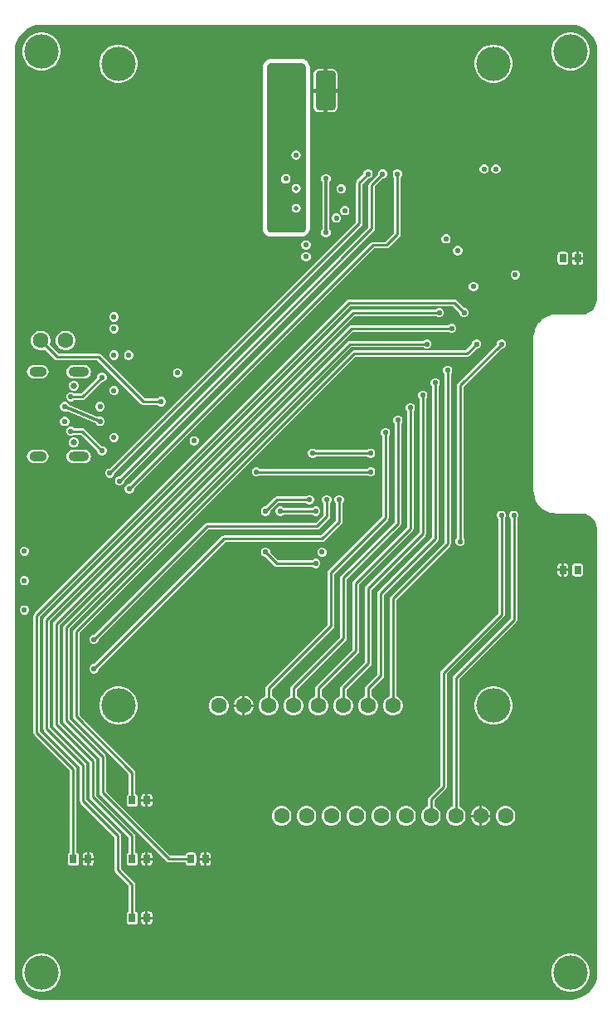
<source format=gbr>
%TF.GenerationSoftware,Altium Limited,Altium Designer,22.10.1 (41)*%
G04 Layer_Physical_Order=4*
G04 Layer_Color=16711680*
%FSLAX45Y45*%
%MOMM*%
%TF.SameCoordinates,E44625A2-F068-4864-A6FA-01B12190F87A*%
%TF.FilePolarity,Positive*%
%TF.FileFunction,Copper,L4,Bot,Signal*%
%TF.Part,Single*%
G01*
G75*
%TA.AperFunction,Conductor*%
%ADD10C,0.25000*%
%TA.AperFunction,SMDPad,CuDef*%
G04:AMPARAMS|DCode=11|XSize=0.7mm|YSize=0.9mm|CornerRadius=0.0875mm|HoleSize=0mm|Usage=FLASHONLY|Rotation=0.000|XOffset=0mm|YOffset=0mm|HoleType=Round|Shape=RoundedRectangle|*
%AMROUNDEDRECTD11*
21,1,0.70000,0.72500,0,0,0.0*
21,1,0.52500,0.90000,0,0,0.0*
1,1,0.17500,0.26250,-0.36250*
1,1,0.17500,-0.26250,-0.36250*
1,1,0.17500,-0.26250,0.36250*
1,1,0.17500,0.26250,0.36250*
%
%ADD11ROUNDEDRECTD11*%
%TA.AperFunction,Conductor*%
%ADD29C,0.30000*%
%TA.AperFunction,ComponentPad*%
%ADD33C,3.50000*%
%ADD34C,1.60000*%
%ADD35O,1.80000X1.00000*%
%ADD36O,2.10000X1.00000*%
%ADD37C,0.65000*%
%TA.AperFunction,ViaPad*%
%ADD38C,0.55000*%
%ADD39C,0.50000*%
%TA.AperFunction,SMDPad,CuDef*%
G04:AMPARAMS|DCode=40|XSize=2mm|YSize=4mm|CornerRadius=0.25mm|HoleSize=0mm|Usage=FLASHONLY|Rotation=0.000|XOffset=0mm|YOffset=0mm|HoleType=Round|Shape=RoundedRectangle|*
%AMROUNDEDRECTD40*
21,1,2.00000,3.50000,0,0,0.0*
21,1,1.50000,4.00000,0,0,0.0*
1,1,0.50000,0.75000,-1.75000*
1,1,0.50000,-0.75000,-1.75000*
1,1,0.50000,-0.75000,1.75000*
1,1,0.50000,0.75000,1.75000*
%
%ADD40ROUNDEDRECTD40*%
G36*
X5717993Y9974511D02*
X5753668Y9969815D01*
X5788429Y9960501D01*
X5821674Y9946730D01*
X5852838Y9928738D01*
X5881387Y9906832D01*
X5906833Y9881385D01*
X5928738Y9852838D01*
X5946730Y9821675D01*
X5960501Y9788428D01*
X5969815Y9753671D01*
X5974512Y9717993D01*
Y9700000D01*
X5974513Y7187500D01*
Y7170312D01*
X5967806Y7136597D01*
X5954651Y7104837D01*
X5935553Y7076254D01*
X5911246Y7051948D01*
X5882663Y7032850D01*
X5850904Y7019695D01*
X5817189Y7012988D01*
X5550000D01*
X5549377Y7012864D01*
X5548749Y7012958D01*
X5529146Y7011994D01*
X5527314Y7011535D01*
X5525424D01*
X5486970Y7003886D01*
X5484651Y7002926D01*
X5482189Y7002436D01*
X5445967Y6987432D01*
X5443880Y6986038D01*
X5441560Y6985077D01*
X5408960Y6963295D01*
X5407186Y6961520D01*
X5405098Y6960125D01*
X5377375Y6932401D01*
X5375980Y6930314D01*
X5374205Y6928539D01*
X5352423Y6895940D01*
X5351462Y6893621D01*
X5350067Y6891533D01*
X5335063Y6855311D01*
X5334574Y6852849D01*
X5333613Y6850529D01*
X5325964Y6812076D01*
Y6810186D01*
X5325505Y6808353D01*
X5324542Y6788750D01*
X5324635Y6788123D01*
X5324511Y6787500D01*
Y5212500D01*
X5324635Y5211877D01*
X5324542Y5211249D01*
X5325505Y5191646D01*
X5325964Y5189814D01*
Y5187924D01*
X5333613Y5149471D01*
X5334574Y5147151D01*
X5335063Y5144689D01*
X5350067Y5108467D01*
X5351462Y5106379D01*
X5352423Y5104060D01*
X5374205Y5071461D01*
X5375980Y5069686D01*
X5377375Y5067598D01*
X5405098Y5039875D01*
X5407186Y5038480D01*
X5408960Y5036705D01*
X5441559Y5014923D01*
X5443879Y5013963D01*
X5445966Y5012568D01*
X5482188Y4997564D01*
X5484650Y4997074D01*
X5486970Y4996113D01*
X5525424Y4988464D01*
X5527314D01*
X5529146Y4988006D01*
X5548749Y4987043D01*
X5549377Y4987136D01*
X5550000Y4987012D01*
X5800000Y4987012D01*
D01*
X5817188Y4987011D01*
X5850903Y4980305D01*
X5882663Y4967149D01*
X5911245Y4948052D01*
X5935551Y4923745D01*
X5954650Y4895161D01*
X5967805Y4863403D01*
X5974511Y4829687D01*
X5974511Y4812500D01*
D01*
Y4812500D01*
X5974512Y300000D01*
Y282007D01*
X5969815Y246331D01*
X5960501Y211572D01*
X5946730Y178325D01*
X5928738Y147163D01*
X5906831Y118613D01*
X5881386Y93168D01*
X5852838Y71262D01*
X5821674Y53270D01*
X5788429Y39499D01*
X5753669Y30185D01*
X5717992Y25488D01*
X282008D01*
X246329Y30185D01*
X211572Y39499D01*
X178325Y53270D01*
X147163Y71261D01*
X118613Y93168D01*
X93168Y118613D01*
X71262Y147162D01*
X53270Y178326D01*
X39499Y211571D01*
X30185Y246331D01*
X25488Y282008D01*
Y300000D01*
Y9700000D01*
Y9717991D01*
X30185Y9753671D01*
X39499Y9788427D01*
X53270Y9821675D01*
X71261Y9852837D01*
X93168Y9881386D01*
X118613Y9906832D01*
X147162Y9928738D01*
X178326Y9946730D01*
X211571Y9960501D01*
X246329Y9969814D01*
X282007Y9974512D01*
X5700000D01*
X5717993Y9974511D01*
D02*
G37*
%LPC*%
G36*
X2950000Y9623284D02*
X2650001Y9623283D01*
X2640055Y9623283D01*
X2640055D01*
X2640054D01*
X2635916Y9622460D01*
X2624448Y9620179D01*
X2624447Y9620178D01*
X2606070Y9612567D01*
X2606070D01*
X2606070D01*
X2606070Y9612566D01*
X2599409Y9608116D01*
X2592839Y9603726D01*
X2578774Y9589661D01*
X2578773Y9589661D01*
X2578773Y9589661D01*
X2576574Y9586370D01*
X2569933Y9576430D01*
X2569932Y9576428D01*
X2562321Y9558053D01*
X2562321Y9558053D01*
X2559216Y9542445D01*
Y9532500D01*
Y8402500D01*
X2559217Y8402498D01*
X2559217Y7900002D01*
X2559217Y7890056D01*
Y7890056D01*
Y7890055D01*
X2560451Y7883848D01*
X2562320Y7874449D01*
X2562321Y7874448D01*
Y7874448D01*
X2569932Y7856071D01*
D01*
X2569933Y7856070D01*
X2575474Y7847776D01*
X2578773Y7842839D01*
X2578773Y7842839D01*
X2578773Y7842839D01*
X2592839Y7828773D01*
X2600770Y7823474D01*
X2606070Y7819933D01*
X2624447Y7812320D01*
X2624447D01*
X2624448Y7812320D01*
X2633846Y7810451D01*
X2640054Y7809216D01*
X2640055D01*
X2640055D01*
X2650001Y7809216D01*
D01*
X2949999Y7809217D01*
X2959944Y7809217D01*
X2959945D01*
X2959945D01*
X2963049Y7809834D01*
X2975552Y7812320D01*
X2975553Y7812321D01*
X2993928Y7819932D01*
X2993929Y7819933D01*
X3001861Y7825232D01*
X3007161Y7828773D01*
X3007161Y7828774D01*
X3021226Y7842839D01*
X3030067Y7856070D01*
Y7856070D01*
X3037679Y7874447D01*
X3040784Y7890054D01*
Y7900000D01*
Y9420000D01*
X3040782Y9420006D01*
X3040782Y9532497D01*
X3040782Y9542443D01*
Y9542443D01*
Y9542443D01*
X3039548Y9548650D01*
X3037679Y9558050D01*
X3037678Y9558050D01*
Y9558050D01*
X3030067Y9576428D01*
X3030067Y9576428D01*
Y9576429D01*
X3024744Y9584395D01*
X3021227Y9589660D01*
X3021227Y9589660D01*
X3021226Y9589660D01*
X3007161Y9603726D01*
X3007161D01*
Y9603726D01*
X3004529Y9605484D01*
X2993930Y9612566D01*
X2993929Y9612567D01*
X2975553Y9620179D01*
X2975553D01*
X2975552Y9620179D01*
X2965119Y9622254D01*
X2959946Y9623283D01*
X2959945D01*
X2959945D01*
X2950002Y9623283D01*
X2950000Y9623284D01*
D02*
G37*
G36*
X5719206Y9895000D02*
X5680795D01*
X5643121Y9887506D01*
X5607633Y9872806D01*
X5575695Y9851466D01*
X5548534Y9824305D01*
X5527194Y9792367D01*
X5512494Y9756879D01*
X5505000Y9719205D01*
Y9680794D01*
X5512494Y9643120D01*
X5527194Y9607633D01*
X5548534Y9575694D01*
X5575695Y9548533D01*
X5607633Y9527193D01*
X5643121Y9512494D01*
X5680795Y9505000D01*
X5719206D01*
X5756880Y9512494D01*
X5792367Y9527193D01*
X5824306Y9548533D01*
X5851467Y9575694D01*
X5872807Y9607633D01*
X5887506Y9643120D01*
X5895000Y9680794D01*
Y9719205D01*
X5887506Y9756879D01*
X5872807Y9792367D01*
X5851467Y9824305D01*
X5824306Y9851466D01*
X5792367Y9872806D01*
X5756880Y9887506D01*
X5719206Y9895000D01*
D02*
G37*
G36*
X319206D02*
X280794D01*
X243121Y9887506D01*
X207633Y9872806D01*
X175695Y9851466D01*
X148534Y9824305D01*
X127194Y9792367D01*
X112494Y9756879D01*
X105000Y9719205D01*
Y9680794D01*
X112494Y9643120D01*
X127194Y9607633D01*
X148534Y9575694D01*
X175695Y9548533D01*
X207633Y9527193D01*
X243121Y9512494D01*
X280794Y9505000D01*
X319206D01*
X356880Y9512494D01*
X392367Y9527193D01*
X424305Y9548533D01*
X451466Y9575694D01*
X472807Y9607633D01*
X487506Y9643120D01*
X495000Y9680794D01*
Y9719205D01*
X487506Y9756879D01*
X472807Y9792367D01*
X451466Y9824305D01*
X424305Y9851466D01*
X392367Y9872806D01*
X356880Y9887506D01*
X319206Y9895000D01*
D02*
G37*
G36*
X4934206Y9770000D02*
X4895794D01*
X4858121Y9762506D01*
X4822633Y9747807D01*
X4790695Y9726466D01*
X4763534Y9699305D01*
X4742193Y9667367D01*
X4727494Y9631880D01*
X4720000Y9594206D01*
Y9555794D01*
X4727494Y9518121D01*
X4742193Y9482633D01*
X4763534Y9450695D01*
X4790695Y9423534D01*
X4822633Y9402194D01*
X4858121Y9387494D01*
X4895794Y9380000D01*
X4934206D01*
X4971880Y9387494D01*
X5007367Y9402194D01*
X5039305Y9423534D01*
X5066466Y9450695D01*
X5087807Y9482633D01*
X5102506Y9518121D01*
X5110000Y9555794D01*
Y9594206D01*
X5102506Y9631880D01*
X5087807Y9667367D01*
X5066466Y9699305D01*
X5039305Y9726466D01*
X5007367Y9747807D01*
X4971880Y9762506D01*
X4934206Y9770000D01*
D02*
G37*
G36*
X1104206D02*
X1065794D01*
X1028121Y9762506D01*
X992633Y9747807D01*
X960695Y9726466D01*
X933534Y9699305D01*
X912194Y9667367D01*
X897494Y9631880D01*
X890000Y9594206D01*
Y9555794D01*
X897494Y9518121D01*
X912194Y9482633D01*
X933534Y9450695D01*
X960695Y9423534D01*
X992633Y9402194D01*
X1028121Y9387494D01*
X1065794Y9380000D01*
X1104206D01*
X1141880Y9387494D01*
X1177367Y9402194D01*
X1209305Y9423534D01*
X1236466Y9450695D01*
X1257807Y9482633D01*
X1272506Y9518121D01*
X1280000Y9555794D01*
Y9594206D01*
X1272506Y9631880D01*
X1257807Y9667367D01*
X1236466Y9699305D01*
X1209305Y9726466D01*
X1177367Y9747807D01*
X1141880Y9762506D01*
X1104206Y9770000D01*
D02*
G37*
G36*
X3275000Y9520881D02*
X3220000D01*
Y9320000D01*
X3320882D01*
Y9475000D01*
X3317389Y9492558D01*
X3307443Y9507443D01*
X3292558Y9517389D01*
X3275000Y9520881D01*
D02*
G37*
G36*
X3180000D02*
X3125000D01*
X3107442Y9517389D01*
X3092557Y9507443D01*
X3082611Y9492558D01*
X3079119Y9475000D01*
Y9320000D01*
X3180000D01*
Y9520881D01*
D02*
G37*
G36*
X3320882Y9280000D02*
X3220000D01*
Y9079118D01*
X3275000D01*
X3292558Y9082611D01*
X3307443Y9092557D01*
X3317389Y9107442D01*
X3320882Y9125000D01*
Y9280000D01*
D02*
G37*
G36*
X3180000D02*
X3079119D01*
Y9125000D01*
X3082611Y9107442D01*
X3092557Y9092557D01*
X3107442Y9082611D01*
X3125000Y9079118D01*
X3180000D01*
Y9280000D01*
D02*
G37*
G36*
X4949448Y8547500D02*
X4930552D01*
X4913094Y8540268D01*
X4899732Y8526906D01*
X4892500Y8509448D01*
Y8490552D01*
X4899732Y8473094D01*
X4913094Y8459732D01*
X4930552Y8452500D01*
X4949448D01*
X4966906Y8459732D01*
X4980268Y8473094D01*
X4987500Y8490552D01*
Y8509448D01*
X4980268Y8526906D01*
X4966906Y8540268D01*
X4949448Y8547500D01*
D02*
G37*
G36*
X4829448D02*
X4810552D01*
X4793094Y8540268D01*
X4779732Y8526906D01*
X4772500Y8509448D01*
Y8490552D01*
X4779732Y8473094D01*
X4793094Y8459732D01*
X4810552Y8452500D01*
X4829448D01*
X4846906Y8459732D01*
X4860268Y8473094D01*
X4867500Y8490552D01*
Y8509448D01*
X4860268Y8526906D01*
X4846906Y8540268D01*
X4829448Y8547500D01*
D02*
G37*
G36*
X3369448Y8345000D02*
X3350552D01*
X3333093Y8337768D01*
X3319731Y8324407D01*
X3312500Y8306948D01*
Y8288052D01*
X3319731Y8270594D01*
X3333093Y8257232D01*
X3350552Y8250000D01*
X3369448D01*
X3386906Y8257232D01*
X3400268Y8270594D01*
X3407500Y8288052D01*
Y8306948D01*
X3400268Y8324407D01*
X3386906Y8337768D01*
X3369448Y8345000D01*
D02*
G37*
G36*
X3406948Y8122500D02*
X3388052D01*
X3370593Y8115269D01*
X3357232Y8101907D01*
X3350000Y8084448D01*
Y8065552D01*
X3357232Y8048094D01*
X3370593Y8034732D01*
X3388052Y8027500D01*
X3406948D01*
X3424406Y8034732D01*
X3437768Y8048094D01*
X3445000Y8065552D01*
Y8084448D01*
X3437768Y8101907D01*
X3424406Y8115269D01*
X3406948Y8122500D01*
D02*
G37*
G36*
X3319448Y8047500D02*
X3300552D01*
X3283094Y8040268D01*
X3269732Y8026906D01*
X3262500Y8009448D01*
Y7990552D01*
X3269732Y7973094D01*
X3283094Y7959732D01*
X3300552Y7952500D01*
X3319448D01*
X3336906Y7959732D01*
X3350268Y7973094D01*
X3357500Y7990552D01*
Y8009448D01*
X3350268Y8026906D01*
X3336906Y8040268D01*
X3319448Y8047500D01*
D02*
G37*
G36*
X3214448Y8447500D02*
X3195552D01*
X3178094Y8440269D01*
X3164732Y8426907D01*
X3157500Y8409449D01*
Y8390552D01*
X3164732Y8373094D01*
X3169314Y8368511D01*
Y7881489D01*
X3164732Y7876907D01*
X3157500Y7859448D01*
Y7840552D01*
X3164732Y7823094D01*
X3178094Y7809732D01*
X3195552Y7802500D01*
X3214448D01*
X3231907Y7809732D01*
X3245269Y7823094D01*
X3252500Y7840552D01*
Y7859448D01*
X3245269Y7876907D01*
X3240686Y7881489D01*
Y8368511D01*
X3245269Y8373094D01*
X3252500Y8390552D01*
Y8409449D01*
X3245269Y8426907D01*
X3231907Y8440269D01*
X3214448Y8447500D01*
D02*
G37*
G36*
X4439448Y7835000D02*
X4420552D01*
X4403094Y7827769D01*
X4389732Y7814407D01*
X4382500Y7796949D01*
Y7778052D01*
X4389732Y7760594D01*
X4403094Y7747232D01*
X4420552Y7740001D01*
X4439448D01*
X4456907Y7747232D01*
X4470268Y7760594D01*
X4477500Y7778052D01*
Y7796949D01*
X4470268Y7814407D01*
X4456907Y7827769D01*
X4439448Y7835000D01*
D02*
G37*
G36*
X3009448Y7772500D02*
X2990552D01*
X2973094Y7765268D01*
X2959732Y7751907D01*
X2952500Y7734448D01*
Y7715552D01*
X2959732Y7698094D01*
X2973094Y7684732D01*
X2990552Y7677500D01*
X3009448D01*
X3026907Y7684732D01*
X3040268Y7698094D01*
X3047500Y7715552D01*
Y7734448D01*
X3040268Y7751907D01*
X3026907Y7765268D01*
X3009448Y7772500D01*
D02*
G37*
G36*
X4559448Y7715000D02*
X4540552D01*
X4523094Y7707769D01*
X4509732Y7694407D01*
X4502500Y7676949D01*
Y7658052D01*
X4509732Y7640594D01*
X4523094Y7627232D01*
X4540552Y7620001D01*
X4559448D01*
X4576907Y7627232D01*
X4590268Y7640594D01*
X4597500Y7658052D01*
Y7676949D01*
X4590268Y7694407D01*
X4576907Y7707769D01*
X4559448Y7715000D01*
D02*
G37*
G36*
X5801250Y7655563D02*
X5787499D01*
Y7602499D01*
X5830563D01*
Y7626250D01*
X5828332Y7637468D01*
X5821978Y7646978D01*
X5812468Y7653332D01*
X5801250Y7655563D01*
D02*
G37*
G36*
X5762500D02*
X5748750D01*
X5737533Y7653332D01*
X5728023Y7646978D01*
X5721668Y7637468D01*
X5719437Y7626250D01*
Y7602499D01*
X5762500D01*
Y7655563D01*
D02*
G37*
G36*
X3009448Y7652500D02*
X2990552D01*
X2973094Y7645268D01*
X2959732Y7631907D01*
X2952500Y7614448D01*
Y7595552D01*
X2959732Y7578094D01*
X2973094Y7564732D01*
X2990552Y7557500D01*
X3009448D01*
X3026907Y7564732D01*
X3040268Y7578094D01*
X3047500Y7595552D01*
Y7614448D01*
X3040268Y7631907D01*
X3026907Y7645268D01*
X3009448Y7652500D01*
D02*
G37*
G36*
X5830563Y7577499D02*
X5787499D01*
Y7524437D01*
X5801250D01*
X5812468Y7526668D01*
X5821978Y7533023D01*
X5828332Y7542533D01*
X5830563Y7553750D01*
Y7577499D01*
D02*
G37*
G36*
X5762500D02*
X5719437D01*
Y7553750D01*
X5721668Y7542533D01*
X5728023Y7533023D01*
X5737533Y7526668D01*
X5748750Y7524437D01*
X5762500D01*
Y7577499D01*
D02*
G37*
G36*
X5651250Y7655563D02*
X5598750D01*
X5587532Y7653332D01*
X5578022Y7646978D01*
X5571668Y7637468D01*
X5569437Y7626250D01*
Y7553750D01*
X5571668Y7542533D01*
X5578022Y7533023D01*
X5587532Y7526668D01*
X5598750Y7524437D01*
X5651250D01*
X5662467Y7526668D01*
X5671977Y7533023D01*
X5678332Y7542533D01*
X5680563Y7553750D01*
Y7626250D01*
X5678332Y7637468D01*
X5671977Y7646978D01*
X5662467Y7653332D01*
X5651250Y7655563D01*
D02*
G37*
G36*
X5147448Y7467500D02*
X5128552D01*
X5111093Y7460268D01*
X5097731Y7446906D01*
X5090500Y7429448D01*
Y7410552D01*
X5097731Y7393093D01*
X5111093Y7379731D01*
X5128552Y7372500D01*
X5147448D01*
X5164906Y7379731D01*
X5178268Y7393093D01*
X5185500Y7410552D01*
Y7429448D01*
X5178268Y7446906D01*
X5164906Y7460268D01*
X5147448Y7467500D01*
D02*
G37*
G36*
X4720448Y7347500D02*
X4701552D01*
X4684094Y7340268D01*
X4670732Y7326906D01*
X4663500Y7309448D01*
Y7290552D01*
X4670732Y7273093D01*
X4684094Y7259731D01*
X4701552Y7252500D01*
X4720448D01*
X4737906Y7259731D01*
X4751268Y7273093D01*
X4758500Y7290552D01*
Y7309448D01*
X4751268Y7326906D01*
X4737906Y7340268D01*
X4720448Y7347500D01*
D02*
G37*
G36*
X4515000Y7168137D02*
X3443235D01*
X3432658Y7166033D01*
X3430554Y7165614D01*
X3419804Y7158431D01*
X229069Y3967696D01*
X221886Y3956946D01*
X221467Y3954842D01*
X219363Y3944265D01*
Y2748999D01*
X221467Y2738421D01*
X221886Y2736318D01*
X229069Y2725568D01*
X591863Y2362773D01*
Y1524193D01*
X587532Y1523332D01*
X578022Y1516977D01*
X571668Y1507467D01*
X569437Y1496250D01*
Y1423750D01*
X571668Y1412532D01*
X578022Y1403022D01*
X587532Y1396668D01*
X598750Y1394437D01*
X651250D01*
X662468Y1396668D01*
X671978Y1403022D01*
X678332Y1412532D01*
X680563Y1423750D01*
Y1496250D01*
X678332Y1507467D01*
X671978Y1516977D01*
X662468Y1523332D01*
X658137Y1524193D01*
Y2376498D01*
X656033Y2387075D01*
X655614Y2389179D01*
X648431Y2399930D01*
X285636Y2762724D01*
Y3930539D01*
X3456960Y7101864D01*
X4501274D01*
X4567500Y7035637D01*
Y7025552D01*
X4574732Y7008093D01*
X4588093Y6994732D01*
X4605552Y6987500D01*
X4624448D01*
X4641906Y6994732D01*
X4655268Y7008093D01*
X4662500Y7025552D01*
Y7044448D01*
X4655268Y7061906D01*
X4641906Y7075268D01*
X4624448Y7082500D01*
X4614362D01*
X4538431Y7158431D01*
X4527681Y7165614D01*
X4525577Y7166033D01*
X4515000Y7168137D01*
D02*
G37*
G36*
X4370448Y7082500D02*
X4351552D01*
X4334093Y7075268D01*
X4326962Y7068136D01*
X3484656D01*
X3471976Y7065614D01*
X3461225Y7058431D01*
X329069Y3926274D01*
X321886Y3915524D01*
X321467Y3913420D01*
X319364Y3902843D01*
Y2790420D01*
X321467Y2779843D01*
X321886Y2777739D01*
X329069Y2766989D01*
X691863Y2404194D01*
Y2053430D01*
X693967Y2042853D01*
X694386Y2040749D01*
X701569Y2029999D01*
X1046864Y1684704D01*
Y1347500D01*
X1048967Y1336923D01*
X1049386Y1334819D01*
X1056569Y1324069D01*
X1191863Y1188775D01*
Y924193D01*
X1187532Y923332D01*
X1178022Y916978D01*
X1171668Y907468D01*
X1169437Y896250D01*
Y823750D01*
X1171668Y812533D01*
X1178022Y803023D01*
X1187532Y796668D01*
X1198750Y794437D01*
X1251250D01*
X1262467Y796668D01*
X1271977Y803023D01*
X1278332Y812533D01*
X1280563Y823750D01*
Y896250D01*
X1278332Y907468D01*
X1271977Y916978D01*
X1262467Y923332D01*
X1258136Y924193D01*
Y1202500D01*
X1256033Y1213077D01*
X1255614Y1215181D01*
X1248431Y1225931D01*
X1113137Y1361225D01*
Y1698430D01*
X1110614Y1711110D01*
X1103431Y1721861D01*
X758137Y2067155D01*
Y2417920D01*
X755614Y2430601D01*
X748431Y2441351D01*
X385637Y2804145D01*
Y3889118D01*
X3498382Y7001863D01*
X4326962D01*
X4334093Y6994732D01*
X4351552Y6987500D01*
X4370448D01*
X4387906Y6994732D01*
X4401268Y7008093D01*
X4408500Y7025552D01*
Y7044448D01*
X4401268Y7061906D01*
X4387906Y7075268D01*
X4370448Y7082500D01*
D02*
G37*
G36*
X1049448Y7037500D02*
X1030552D01*
X1013093Y7030268D01*
X999732Y7016906D01*
X992500Y6999448D01*
Y6980552D01*
X999732Y6963094D01*
X1013093Y6949732D01*
X1030552Y6942500D01*
X1049448D01*
X1066906Y6949732D01*
X1080268Y6963094D01*
X1087500Y6980552D01*
Y6999448D01*
X1080268Y7016906D01*
X1066906Y7030268D01*
X1049448Y7037500D01*
D02*
G37*
G36*
X4497448Y6922500D02*
X4478552D01*
X4461093Y6915268D01*
X4453962Y6908137D01*
X3466078D01*
X3455501Y6906033D01*
X3453397Y6905614D01*
X3442647Y6898431D01*
X429069Y3884853D01*
X421886Y3874103D01*
X421467Y3871999D01*
X419363Y3861422D01*
Y2831841D01*
X421467Y2821264D01*
X421886Y2819160D01*
X429069Y2808410D01*
X791863Y2445616D01*
Y2094851D01*
X793967Y2084274D01*
X794386Y2082170D01*
X801569Y2071420D01*
X1191863Y1681125D01*
Y1524193D01*
X1187532Y1523332D01*
X1178022Y1516977D01*
X1171668Y1507467D01*
X1169437Y1496250D01*
Y1423750D01*
X1171668Y1412532D01*
X1178022Y1403022D01*
X1187532Y1396668D01*
X1198750Y1394437D01*
X1251250D01*
X1262467Y1396668D01*
X1271977Y1403022D01*
X1278332Y1412532D01*
X1280563Y1423750D01*
Y1496250D01*
X1278332Y1507467D01*
X1271977Y1516977D01*
X1262467Y1523332D01*
X1258136Y1524193D01*
Y1694851D01*
X1255614Y1707532D01*
X1248431Y1718282D01*
X858136Y2108576D01*
Y2459341D01*
X855614Y2472022D01*
X848431Y2482772D01*
X485637Y2845567D01*
Y3847696D01*
X3479804Y6841863D01*
X4453962D01*
X4461093Y6834732D01*
X4478552Y6827500D01*
X4497448D01*
X4514906Y6834732D01*
X4528268Y6848093D01*
X4535500Y6865552D01*
Y6884448D01*
X4528268Y6901906D01*
X4514906Y6915268D01*
X4497448Y6922500D01*
D02*
G37*
G36*
X1049448Y6917500D02*
X1030552D01*
X1013093Y6910268D01*
X999732Y6896906D01*
X992500Y6879448D01*
Y6860552D01*
X999732Y6843094D01*
X1013093Y6829732D01*
X1030552Y6822500D01*
X1049448D01*
X1066906Y6829732D01*
X1080268Y6843094D01*
X1087500Y6860552D01*
Y6879448D01*
X1080268Y6896906D01*
X1066906Y6910268D01*
X1049448Y6917500D01*
D02*
G37*
G36*
X4243448Y6762500D02*
X4224552D01*
X4207093Y6755268D01*
X4199962Y6748137D01*
X3447499D01*
X3434819Y6745614D01*
X3431251Y6743230D01*
X3424068Y6738431D01*
X529069Y3843431D01*
X521886Y3832681D01*
X521467Y3830577D01*
X519363Y3820000D01*
Y2873263D01*
X521467Y2862686D01*
X521886Y2860582D01*
X529069Y2849832D01*
X891863Y2487037D01*
Y2136273D01*
X893967Y2125696D01*
X894386Y2123592D01*
X901569Y2112842D01*
X1577842Y1436569D01*
X1588592Y1429386D01*
X1601273Y1426863D01*
X1769437D01*
Y1423750D01*
X1771668Y1412532D01*
X1778022Y1403022D01*
X1787532Y1396668D01*
X1798750Y1394437D01*
X1851250D01*
X1862467Y1396668D01*
X1871977Y1403022D01*
X1878332Y1412532D01*
X1880563Y1423750D01*
Y1496250D01*
X1878332Y1507467D01*
X1871977Y1516977D01*
X1862467Y1523332D01*
X1851250Y1525563D01*
X1798750D01*
X1787532Y1523332D01*
X1778022Y1516977D01*
X1771668Y1507467D01*
X1769437Y1496250D01*
Y1493136D01*
X1614998D01*
X958137Y2149998D01*
Y2500763D01*
X955614Y2513444D01*
X948431Y2524194D01*
X585637Y2886988D01*
Y3806275D01*
X3461225Y6681863D01*
X4199962D01*
X4207093Y6674732D01*
X4224552Y6667500D01*
X4243448D01*
X4260906Y6674732D01*
X4274268Y6688094D01*
X4281500Y6705552D01*
Y6724448D01*
X4274268Y6741907D01*
X4260906Y6755268D01*
X4243448Y6762500D01*
D02*
G37*
G36*
X560165Y6850000D02*
X533835D01*
X508402Y6843185D01*
X485599Y6830020D01*
X466980Y6811401D01*
X453815Y6788598D01*
X447000Y6763165D01*
Y6736835D01*
X453815Y6711402D01*
X466980Y6688599D01*
X485599Y6669980D01*
X508402Y6656815D01*
X533835Y6650000D01*
X560165D01*
X585598Y6656815D01*
X608401Y6669980D01*
X627020Y6688599D01*
X640185Y6711402D01*
X647000Y6736835D01*
Y6763165D01*
X640185Y6788598D01*
X627020Y6811401D01*
X608401Y6830020D01*
X585598Y6843185D01*
X560165Y6850000D01*
D02*
G37*
G36*
X1199448Y6647500D02*
X1180552D01*
X1163094Y6640268D01*
X1149732Y6626906D01*
X1142500Y6609448D01*
Y6590552D01*
X1149732Y6573094D01*
X1163094Y6559732D01*
X1180552Y6552500D01*
X1199448D01*
X1216907Y6559732D01*
X1230269Y6573094D01*
X1237500Y6590552D01*
Y6609448D01*
X1230269Y6626906D01*
X1216907Y6640268D01*
X1199448Y6647500D01*
D02*
G37*
G36*
X1049448D02*
X1030552D01*
X1013093Y6640268D01*
X999732Y6626906D01*
X992500Y6609448D01*
Y6590552D01*
X999732Y6573094D01*
X1013093Y6559732D01*
X1030552Y6552500D01*
X1049448D01*
X1066906Y6559732D01*
X1080268Y6573094D01*
X1087500Y6590552D01*
Y6609448D01*
X1080268Y6626906D01*
X1066906Y6640268D01*
X1049448Y6647500D01*
D02*
G37*
G36*
X1699448Y6467500D02*
X1680552D01*
X1663093Y6460269D01*
X1649732Y6446907D01*
X1642500Y6429448D01*
Y6410552D01*
X1649732Y6393094D01*
X1663093Y6379732D01*
X1680552Y6372500D01*
X1699448D01*
X1716906Y6379732D01*
X1730268Y6393094D01*
X1737500Y6410552D01*
Y6429448D01*
X1730268Y6446907D01*
X1716906Y6460269D01*
X1699448Y6467500D01*
D02*
G37*
G36*
X735250Y6502603D02*
X625250D01*
X606976Y6500198D01*
X589948Y6493144D01*
X575325Y6481924D01*
X564105Y6467302D01*
X557052Y6450273D01*
X554646Y6432000D01*
X557052Y6413726D01*
X564105Y6396698D01*
X575325Y6382075D01*
X589948Y6370855D01*
X606976Y6363802D01*
X625250Y6361396D01*
X735250D01*
X753524Y6363802D01*
X770552Y6370855D01*
X785175Y6382075D01*
X796395Y6396698D01*
X803448Y6413726D01*
X805854Y6432000D01*
X803448Y6450273D01*
X796395Y6467302D01*
X785175Y6481924D01*
X770552Y6493144D01*
X753524Y6500198D01*
X735250Y6502603D01*
D02*
G37*
G36*
X302250D02*
X222250D01*
X203977Y6500198D01*
X186948Y6493144D01*
X172326Y6481924D01*
X161106Y6467302D01*
X154052Y6450273D01*
X151646Y6432000D01*
X154052Y6413726D01*
X161106Y6396698D01*
X172326Y6382075D01*
X186948Y6370855D01*
X203977Y6363802D01*
X222250Y6361396D01*
X302250D01*
X320524Y6363802D01*
X337552Y6370855D01*
X352175Y6382075D01*
X363395Y6396698D01*
X370448Y6413726D01*
X372854Y6432000D01*
X370448Y6450273D01*
X363395Y6467302D01*
X352175Y6481924D01*
X337552Y6493144D01*
X320524Y6500198D01*
X302250Y6502603D01*
D02*
G37*
G36*
X640693Y6341500D02*
X619807D01*
X600511Y6333507D01*
X585743Y6318738D01*
X577750Y6299443D01*
Y6278557D01*
X585743Y6259261D01*
X600511Y6244492D01*
X619807Y6236500D01*
X640693D01*
X659989Y6244492D01*
X674758Y6259261D01*
X682750Y6278557D01*
Y6299443D01*
X674758Y6318738D01*
X659989Y6333507D01*
X640693Y6341500D01*
D02*
G37*
G36*
X926948Y6422500D02*
X908052D01*
X890594Y6415268D01*
X877232Y6401906D01*
X870000Y6384448D01*
Y6374362D01*
X703775Y6208137D01*
X634038D01*
X626907Y6215268D01*
X609448Y6222500D01*
X590552D01*
X573094Y6215268D01*
X559732Y6201907D01*
X552500Y6184448D01*
Y6165552D01*
X559732Y6148094D01*
X573094Y6134732D01*
X590552Y6127500D01*
X609448D01*
X626907Y6134732D01*
X634038Y6141864D01*
X717500D01*
X728077Y6143967D01*
X730181Y6144386D01*
X740931Y6151569D01*
X916863Y6327500D01*
X926948D01*
X944407Y6334732D01*
X957768Y6348093D01*
X965000Y6365552D01*
Y6384448D01*
X957768Y6401906D01*
X944407Y6415268D01*
X926948Y6422500D01*
D02*
G37*
G36*
X1049448Y6287499D02*
X1030552D01*
X1013093Y6280268D01*
X999732Y6266906D01*
X992500Y6249448D01*
Y6230551D01*
X999732Y6213093D01*
X1013093Y6199731D01*
X1030552Y6192500D01*
X1049448D01*
X1066906Y6199731D01*
X1080268Y6213093D01*
X1087500Y6230551D01*
Y6249448D01*
X1080268Y6266906D01*
X1066906Y6280268D01*
X1049448Y6287499D01*
D02*
G37*
G36*
X306165Y6850000D02*
X279835D01*
X254402Y6843185D01*
X231599Y6830020D01*
X212980Y6811401D01*
X199815Y6788598D01*
X193000Y6763165D01*
Y6736835D01*
X199815Y6711402D01*
X212980Y6688599D01*
X231599Y6669980D01*
X254402Y6656815D01*
X279835Y6650000D01*
X306165D01*
X331598Y6656815D01*
X336495Y6659642D01*
X437069Y6559069D01*
X447819Y6551886D01*
X460500Y6549363D01*
X871509D01*
X1316803Y6104069D01*
X1323986Y6099270D01*
X1327553Y6096886D01*
X1340234Y6094363D01*
X1488462D01*
X1495593Y6087232D01*
X1513052Y6080000D01*
X1531948D01*
X1549406Y6087232D01*
X1562768Y6100594D01*
X1570000Y6118052D01*
Y6136948D01*
X1562768Y6154407D01*
X1549406Y6167768D01*
X1531948Y6175000D01*
X1513052D01*
X1495593Y6167768D01*
X1488462Y6160637D01*
X1353960D01*
X908665Y6605931D01*
X897915Y6613114D01*
X895811Y6613533D01*
X885234Y6615637D01*
X474226D01*
X383358Y6706504D01*
X386185Y6711402D01*
X393000Y6736835D01*
Y6763165D01*
X386185Y6788598D01*
X373020Y6811401D01*
X354401Y6830020D01*
X331598Y6843185D01*
X306165Y6850000D01*
D02*
G37*
G36*
X907248Y6122500D02*
X888352D01*
X870894Y6115268D01*
X857532Y6101907D01*
X850300Y6084448D01*
Y6065552D01*
X857532Y6048094D01*
X870894Y6034732D01*
X888352Y6027500D01*
X907248D01*
X924707Y6034732D01*
X938068Y6048094D01*
X945300Y6065552D01*
Y6084448D01*
X938068Y6101907D01*
X924707Y6115268D01*
X907248Y6122500D01*
D02*
G37*
G36*
X547148Y6122500D02*
X528252D01*
X510793Y6115268D01*
X497432Y6101906D01*
X490200Y6084448D01*
Y6065551D01*
X497432Y6048093D01*
X510793Y6034731D01*
X528252Y6027500D01*
X547148D01*
X553054Y6029946D01*
X855018Y5904163D01*
X857532Y5898094D01*
X870894Y5884732D01*
X888352Y5877500D01*
X907248D01*
X924707Y5884732D01*
X938068Y5898094D01*
X945300Y5915552D01*
Y5934448D01*
X938068Y5951907D01*
X924707Y5965268D01*
X907248Y5972500D01*
X888352D01*
X882446Y5970054D01*
X580482Y6095837D01*
X577968Y6101906D01*
X564606Y6115268D01*
X547148Y6122500D01*
D02*
G37*
G36*
Y5972499D02*
X528252D01*
X510793Y5965268D01*
X497432Y5951906D01*
X490200Y5934448D01*
Y5915551D01*
X497432Y5898093D01*
X510793Y5884731D01*
X528252Y5877500D01*
X547148D01*
X564606Y5884731D01*
X577968Y5898093D01*
X585200Y5915551D01*
Y5934448D01*
X577968Y5951906D01*
X564606Y5965268D01*
X547148Y5972499D01*
D02*
G37*
G36*
X1049448Y5807499D02*
X1030552D01*
X1013093Y5800268D01*
X999732Y5786906D01*
X992500Y5769448D01*
Y5750551D01*
X999732Y5733093D01*
X1013093Y5719731D01*
X1030552Y5712500D01*
X1049448D01*
X1066906Y5719731D01*
X1080268Y5733093D01*
X1087500Y5750551D01*
Y5769448D01*
X1080268Y5786906D01*
X1066906Y5800268D01*
X1049448Y5807499D01*
D02*
G37*
G36*
X1869448Y5775200D02*
X1850552D01*
X1833094Y5767968D01*
X1819732Y5754606D01*
X1812500Y5737148D01*
Y5718252D01*
X1819732Y5700794D01*
X1833094Y5687432D01*
X1850552Y5680200D01*
X1869448D01*
X1886907Y5687432D01*
X1900268Y5700794D01*
X1907500Y5718252D01*
Y5737148D01*
X1900268Y5754606D01*
X1886907Y5767968D01*
X1869448Y5775200D01*
D02*
G37*
G36*
X640693Y5763500D02*
X619807D01*
X600511Y5755507D01*
X585743Y5740739D01*
X577750Y5721443D01*
Y5700557D01*
X585743Y5681261D01*
X600511Y5666492D01*
X619807Y5658500D01*
X640693D01*
X659989Y5666492D01*
X674758Y5681261D01*
X682750Y5700557D01*
Y5721443D01*
X674758Y5740739D01*
X659989Y5755507D01*
X640693Y5763500D01*
D02*
G37*
G36*
X3669448Y5648200D02*
X3650552D01*
X3633094Y5640968D01*
X3625962Y5633837D01*
X3103558D01*
X3096426Y5640968D01*
X3078968Y5648200D01*
X3060072D01*
X3042613Y5640968D01*
X3029251Y5627606D01*
X3022020Y5610148D01*
Y5591252D01*
X3029251Y5573794D01*
X3042613Y5560432D01*
X3060072Y5553200D01*
X3078968D01*
X3096426Y5560432D01*
X3103558Y5567563D01*
X3625962D01*
X3633094Y5560432D01*
X3650552Y5553200D01*
X3669448D01*
X3686907Y5560432D01*
X3700268Y5573794D01*
X3707500Y5591252D01*
Y5610148D01*
X3700268Y5627606D01*
X3686907Y5640968D01*
X3669448Y5648200D01*
D02*
G37*
G36*
X609448Y5872500D02*
X590552D01*
X573094Y5865268D01*
X559732Y5851907D01*
X552500Y5834448D01*
Y5815552D01*
X559732Y5798094D01*
X573094Y5784732D01*
X590552Y5777500D01*
X609448D01*
X626907Y5784732D01*
X634038Y5791863D01*
X703775D01*
X870000Y5625637D01*
Y5615552D01*
X877232Y5598093D01*
X890594Y5584732D01*
X908052Y5577500D01*
X926948D01*
X944407Y5584732D01*
X957768Y5598093D01*
X965000Y5615552D01*
Y5634448D01*
X957768Y5651906D01*
X944407Y5665268D01*
X926948Y5672500D01*
X916863D01*
X740931Y5848431D01*
X730181Y5855614D01*
X728077Y5856033D01*
X717500Y5858137D01*
X634038D01*
X626907Y5865268D01*
X609448Y5872500D01*
D02*
G37*
G36*
X735250Y5638604D02*
X625250D01*
X606976Y5636198D01*
X589948Y5629144D01*
X575325Y5617924D01*
X564105Y5603302D01*
X557052Y5586273D01*
X554646Y5568000D01*
X557052Y5549726D01*
X564105Y5532698D01*
X575325Y5518075D01*
X589948Y5506855D01*
X606976Y5499802D01*
X625250Y5497396D01*
X735250D01*
X753524Y5499802D01*
X770552Y5506855D01*
X785175Y5518075D01*
X796395Y5532698D01*
X803448Y5549726D01*
X805854Y5568000D01*
X803448Y5586273D01*
X796395Y5603302D01*
X785175Y5617924D01*
X770552Y5629144D01*
X753524Y5636198D01*
X735250Y5638604D01*
D02*
G37*
G36*
X302250D02*
X222250D01*
X203977Y5636198D01*
X186948Y5629144D01*
X172326Y5617924D01*
X161106Y5603302D01*
X154052Y5586273D01*
X151646Y5568000D01*
X154052Y5549726D01*
X161106Y5532698D01*
X172326Y5518075D01*
X186948Y5506855D01*
X203977Y5499802D01*
X222250Y5497396D01*
X302250D01*
X320524Y5499802D01*
X337552Y5506855D01*
X352175Y5518075D01*
X363395Y5532698D01*
X370448Y5549726D01*
X372854Y5568000D01*
X370448Y5586273D01*
X363395Y5603302D01*
X352175Y5617924D01*
X337552Y5629144D01*
X320524Y5636198D01*
X302250Y5638604D01*
D02*
G37*
G36*
X3669448Y5457700D02*
X3650552D01*
X3633094Y5450468D01*
X3625962Y5443337D01*
X2529518D01*
X2522386Y5450468D01*
X2504928Y5457700D01*
X2486032D01*
X2468573Y5450468D01*
X2455211Y5437106D01*
X2447980Y5419648D01*
Y5400752D01*
X2455211Y5383294D01*
X2468573Y5369932D01*
X2486032Y5362700D01*
X2504928D01*
X2522386Y5369932D01*
X2529518Y5377063D01*
X3625962D01*
X3633094Y5369932D01*
X3650552Y5362700D01*
X3669448D01*
X3686907Y5369932D01*
X3700268Y5383294D01*
X3707500Y5400752D01*
Y5419648D01*
X3700268Y5437106D01*
X3686907Y5450468D01*
X3669448Y5457700D01*
D02*
G37*
G36*
X3643448Y8497500D02*
X3624552D01*
X3607094Y8490269D01*
X3593732Y8476907D01*
X3586500Y8459448D01*
Y8449362D01*
X3521569Y8384431D01*
X3514386Y8373681D01*
X3513967Y8371577D01*
X3511863Y8361000D01*
Y7958726D01*
X998138Y5445000D01*
X988052D01*
X970593Y5437768D01*
X957232Y5424406D01*
X950000Y5406948D01*
Y5388052D01*
X957232Y5370594D01*
X970593Y5357232D01*
X988052Y5350000D01*
X1006948D01*
X1024406Y5357232D01*
X1037768Y5370594D01*
X1045000Y5388052D01*
Y5398138D01*
X3568431Y7921569D01*
X3575614Y7932319D01*
X3576033Y7934423D01*
X3578137Y7945000D01*
Y8347275D01*
X3633362Y8402500D01*
X3643448D01*
X3660907Y8409732D01*
X3674268Y8423094D01*
X3681500Y8440552D01*
Y8459448D01*
X3674268Y8476907D01*
X3660907Y8490269D01*
X3643448Y8497500D01*
D02*
G37*
G36*
X3793448D02*
X3774552D01*
X3757094Y8490269D01*
X3743732Y8476907D01*
X3736500Y8459448D01*
Y8449363D01*
X3648848Y8361710D01*
X3641665Y8350960D01*
X3641246Y8348856D01*
X3639143Y8338279D01*
Y7906005D01*
X1098138Y5365000D01*
X1088052D01*
X1070593Y5357768D01*
X1057232Y5344406D01*
X1050000Y5326948D01*
Y5308052D01*
X1057232Y5290593D01*
X1070593Y5277232D01*
X1088052Y5270000D01*
X1106948D01*
X1124406Y5277232D01*
X1137768Y5290593D01*
X1145000Y5308052D01*
Y5318138D01*
X3695710Y7868848D01*
X3702893Y7879598D01*
X3703312Y7881702D01*
X3705416Y7892279D01*
Y8324554D01*
X3783363Y8402500D01*
X3793448D01*
X3810907Y8409732D01*
X3824268Y8423094D01*
X3831500Y8440552D01*
Y8459448D01*
X3824268Y8476907D01*
X3810907Y8490269D01*
X3793448Y8497500D01*
D02*
G37*
G36*
X3943448D02*
X3924552D01*
X3907094Y8490269D01*
X3893732Y8476907D01*
X3886500Y8459448D01*
Y8440552D01*
X3893732Y8423094D01*
X3900863Y8415962D01*
Y7847726D01*
X3809582Y7756444D01*
X3683307D01*
X3670627Y7753921D01*
X3659876Y7746738D01*
X1198138Y5285000D01*
X1188052D01*
X1170594Y5277768D01*
X1157232Y5264407D01*
X1150000Y5246948D01*
Y5228052D01*
X1157232Y5210594D01*
X1170594Y5197232D01*
X1188052Y5190000D01*
X1206948D01*
X1224406Y5197232D01*
X1237768Y5210594D01*
X1245000Y5228052D01*
Y5238138D01*
X3697033Y7690171D01*
X3823307D01*
X3833884Y7692274D01*
X3835988Y7692693D01*
X3846738Y7699876D01*
X3957431Y7810569D01*
X3964614Y7821319D01*
X3967137Y7834000D01*
Y8415962D01*
X3974268Y8423094D01*
X3981500Y8440552D01*
Y8459448D01*
X3974268Y8476907D01*
X3960906Y8490269D01*
X3943448Y8497500D01*
D02*
G37*
G36*
X3044448Y5172500D02*
X3025551D01*
X3008093Y5165268D01*
X3000961Y5158136D01*
X2702500D01*
X2689819Y5155614D01*
X2679069Y5148431D01*
X2588138Y5057500D01*
X2578052D01*
X2560594Y5050268D01*
X2547232Y5036906D01*
X2540000Y5019448D01*
Y5000552D01*
X2547232Y4983093D01*
X2560594Y4969731D01*
X2578052Y4962500D01*
X2596948D01*
X2614407Y4969731D01*
X2627768Y4983093D01*
X2635000Y5000552D01*
Y5010638D01*
X2716226Y5091863D01*
X3000961D01*
X3008093Y5084732D01*
X3025551Y5077500D01*
X3044448D01*
X3061906Y5084732D01*
X3075268Y5098093D01*
X3082500Y5115552D01*
Y5134448D01*
X3075268Y5151906D01*
X3061906Y5165268D01*
X3044448Y5172500D01*
D02*
G37*
G36*
X3109448Y5057500D02*
X3090552D01*
X3073093Y5050268D01*
X3065962Y5043136D01*
X2771538D01*
X2764406Y5050268D01*
X2746948Y5057500D01*
X2728052D01*
X2710594Y5050268D01*
X2697232Y5036906D01*
X2690000Y5019448D01*
Y5000552D01*
X2697232Y4983093D01*
X2710594Y4969731D01*
X2728052Y4962500D01*
X2746948D01*
X2764406Y4969731D01*
X2771538Y4976863D01*
X3065962D01*
X3073093Y4969731D01*
X3090552Y4962500D01*
X3109448D01*
X3126906Y4969731D01*
X3140268Y4983093D01*
X3147500Y5000552D01*
Y5019448D01*
X3140268Y5036906D01*
X3126906Y5050268D01*
X3109448Y5057500D01*
D02*
G37*
G36*
X5005448Y6762500D02*
X4986552D01*
X4969093Y6755268D01*
X4955732Y6741907D01*
X4948500Y6724448D01*
Y6714362D01*
X4551069Y6316931D01*
X4543886Y6306181D01*
X4543467Y6304077D01*
X4541364Y6293500D01*
Y4734038D01*
X4534232Y4726906D01*
X4527000Y4709448D01*
Y4690552D01*
X4534232Y4673094D01*
X4547594Y4659732D01*
X4565052Y4652500D01*
X4583948D01*
X4601407Y4659732D01*
X4614769Y4673094D01*
X4622000Y4690552D01*
Y4709448D01*
X4614769Y4726906D01*
X4607637Y4734038D01*
Y6279775D01*
X4995362Y6667500D01*
X5005448D01*
X5022906Y6674732D01*
X5036268Y6688094D01*
X5043500Y6705552D01*
Y6724448D01*
X5036268Y6741907D01*
X5022906Y6755268D01*
X5005448Y6762500D01*
D02*
G37*
G36*
X134448Y4647500D02*
X115552D01*
X98094Y4640268D01*
X84732Y4626906D01*
X77500Y4609448D01*
Y4590552D01*
X84732Y4573093D01*
X98094Y4559732D01*
X115552Y4552500D01*
X134448D01*
X151906Y4559732D01*
X165268Y4573093D01*
X172500Y4590552D01*
Y4609448D01*
X165268Y4626906D01*
X151906Y4640268D01*
X134448Y4647500D01*
D02*
G37*
G36*
X3174448Y4637500D02*
X3155552D01*
X3138094Y4630268D01*
X3124732Y4616906D01*
X3117500Y4599448D01*
Y4580552D01*
X3124732Y4563093D01*
X3138094Y4549732D01*
X3155552Y4542500D01*
X3174448D01*
X3191906Y4549732D01*
X3205268Y4563093D01*
X3212500Y4580552D01*
Y4599448D01*
X3205268Y4616906D01*
X3191906Y4630268D01*
X3174448Y4637500D01*
D02*
G37*
G36*
X2596948D02*
X2578052D01*
X2560594Y4630268D01*
X2547232Y4616906D01*
X2540000Y4599448D01*
Y4580552D01*
X2547232Y4563093D01*
X2560594Y4549732D01*
X2578052Y4542500D01*
X2588138D01*
X2679069Y4451569D01*
X2689819Y4444386D01*
X2702500Y4441863D01*
X3065962D01*
X3073093Y4434732D01*
X3090552Y4427500D01*
X3109448D01*
X3126906Y4434732D01*
X3140268Y4448093D01*
X3147500Y4465552D01*
Y4484448D01*
X3140268Y4501906D01*
X3126906Y4515268D01*
X3109448Y4522500D01*
X3090552D01*
X3073093Y4515268D01*
X3065962Y4508137D01*
X2716226D01*
X2635000Y4589362D01*
Y4599448D01*
X2627768Y4616906D01*
X2614407Y4630268D01*
X2596948Y4637500D01*
D02*
G37*
G36*
X5651250Y4475563D02*
X5637500D01*
Y4422500D01*
X5680563D01*
Y4446250D01*
X5678332Y4457468D01*
X5671977Y4466978D01*
X5662467Y4473332D01*
X5651250Y4475563D01*
D02*
G37*
G36*
X5612500D02*
X5598750D01*
X5587532Y4473332D01*
X5578022Y4466978D01*
X5571668Y4457468D01*
X5569437Y4446250D01*
Y4422500D01*
X5612500D01*
Y4475563D01*
D02*
G37*
G36*
X5801250D02*
X5748750D01*
X5737533Y4473332D01*
X5728023Y4466978D01*
X5721668Y4457468D01*
X5719437Y4446250D01*
Y4373750D01*
X5721668Y4362533D01*
X5728023Y4353023D01*
X5737533Y4346668D01*
X5748750Y4344437D01*
X5801250D01*
X5812468Y4346668D01*
X5821978Y4353023D01*
X5828332Y4362533D01*
X5830563Y4373750D01*
Y4446250D01*
X5828332Y4457468D01*
X5821978Y4466978D01*
X5812468Y4473332D01*
X5801250Y4475563D01*
D02*
G37*
G36*
X5680563Y4397500D02*
X5637500D01*
Y4344437D01*
X5651250D01*
X5662467Y4346668D01*
X5671977Y4353023D01*
X5678332Y4362533D01*
X5680563Y4373750D01*
Y4397500D01*
D02*
G37*
G36*
X5612500D02*
X5569437D01*
Y4373750D01*
X5571668Y4362533D01*
X5578022Y4353023D01*
X5587532Y4346668D01*
X5598750Y4344437D01*
X5612500D01*
Y4397500D01*
D02*
G37*
G36*
X134448Y4347500D02*
X115552D01*
X98094Y4340268D01*
X84732Y4326907D01*
X77500Y4309448D01*
Y4290552D01*
X84732Y4273094D01*
X98094Y4259732D01*
X115552Y4252500D01*
X134448D01*
X151906Y4259732D01*
X165268Y4273094D01*
X172500Y4290552D01*
Y4309448D01*
X165268Y4326907D01*
X151906Y4340268D01*
X134448Y4347500D01*
D02*
G37*
G36*
Y4047500D02*
X115552D01*
X98094Y4040268D01*
X84732Y4026906D01*
X77500Y4009448D01*
Y3990552D01*
X84732Y3973093D01*
X98094Y3959731D01*
X115552Y3952500D01*
X134448D01*
X151906Y3959731D01*
X165268Y3973093D01*
X172500Y3990552D01*
Y4009448D01*
X165268Y4026906D01*
X151906Y4040268D01*
X134448Y4047500D01*
D02*
G37*
G36*
X3222448Y5172500D02*
X3203552D01*
X3186093Y5165268D01*
X3172732Y5151906D01*
X3165500Y5134448D01*
Y5115552D01*
X3172732Y5098093D01*
X3179864Y5090961D01*
Y4969226D01*
X3098774Y4888137D01*
X1990686D01*
X1980109Y4886033D01*
X1978005Y4885614D01*
X1967255Y4878431D01*
X836324Y3747500D01*
X826238D01*
X808780Y3740268D01*
X795418Y3726906D01*
X788187Y3709448D01*
Y3690552D01*
X795418Y3673093D01*
X808780Y3659732D01*
X826238Y3652500D01*
X845135D01*
X862593Y3659732D01*
X875955Y3673093D01*
X883186Y3690552D01*
Y3700638D01*
X2004412Y4821863D01*
X3112500D01*
X3123077Y4823967D01*
X3125181Y4824386D01*
X3135931Y4831569D01*
X3236431Y4932069D01*
X3243614Y4942819D01*
X3244033Y4944923D01*
X3246137Y4955500D01*
Y5090962D01*
X3253268Y5098093D01*
X3260500Y5115552D01*
Y5134448D01*
X3253268Y5151906D01*
X3239906Y5165268D01*
X3222448Y5172500D01*
D02*
G37*
G36*
X3349448D02*
X3330552D01*
X3313093Y5165268D01*
X3299732Y5151906D01*
X3292500Y5134448D01*
Y5115552D01*
X3299732Y5098093D01*
X3306863Y5090962D01*
Y4916621D01*
X3151380Y4761137D01*
X2163687D01*
X2153109Y4759033D01*
X2151006Y4758614D01*
X2140255Y4751431D01*
X836324Y3447500D01*
X826238D01*
X808780Y3440268D01*
X795418Y3426907D01*
X788187Y3409448D01*
Y3390552D01*
X795418Y3373094D01*
X808780Y3359732D01*
X826238Y3352500D01*
X845135D01*
X862593Y3359732D01*
X875955Y3373094D01*
X883186Y3390552D01*
Y3400638D01*
X2177412Y4694864D01*
X3165105D01*
X3175682Y4696967D01*
X3177786Y4697386D01*
X3188536Y4704569D01*
X3363431Y4879464D01*
X3370614Y4890214D01*
X3371033Y4892318D01*
X3373137Y4902895D01*
Y5090962D01*
X3380268Y5098093D01*
X3387500Y5115552D01*
Y5134448D01*
X3380268Y5151906D01*
X3366906Y5165268D01*
X3349448Y5172500D01*
D02*
G37*
G36*
X2378165Y3125000D02*
X2377500D01*
Y3037500D01*
X2465000D01*
Y3038165D01*
X2458185Y3063598D01*
X2445020Y3086401D01*
X2426401Y3105020D01*
X2403598Y3118185D01*
X2378165Y3125000D01*
D02*
G37*
G36*
X2352500D02*
X2351835D01*
X2326402Y3118185D01*
X2303599Y3105020D01*
X2284980Y3086401D01*
X2271815Y3063598D01*
X2265000Y3038165D01*
Y3037500D01*
X2352500D01*
Y3125000D01*
D02*
G37*
G36*
X4456948Y6492500D02*
X4438052D01*
X4420594Y6485268D01*
X4407232Y6471907D01*
X4400000Y6454448D01*
Y6435552D01*
X4407232Y6418094D01*
X4414364Y6410962D01*
Y4689515D01*
X3865569Y4140721D01*
X3858386Y4129971D01*
X3857967Y4127867D01*
X3855864Y4117290D01*
Y3119649D01*
X3850402Y3118185D01*
X3827599Y3105020D01*
X3808980Y3086401D01*
X3795815Y3063598D01*
X3789000Y3038165D01*
Y3011835D01*
X3795815Y2986402D01*
X3808980Y2963599D01*
X3827599Y2944980D01*
X3850402Y2931815D01*
X3875835Y2925000D01*
X3902165D01*
X3927598Y2931815D01*
X3950401Y2944980D01*
X3969020Y2963599D01*
X3982185Y2986402D01*
X3989000Y3011835D01*
Y3038165D01*
X3982185Y3063598D01*
X3969020Y3086401D01*
X3950401Y3105020D01*
X3927598Y3118185D01*
X3922137Y3119649D01*
Y4103564D01*
X4470931Y4652359D01*
X4478114Y4663109D01*
X4480637Y4675790D01*
Y6410962D01*
X4487769Y6418094D01*
X4495000Y6435552D01*
Y6454448D01*
X4487769Y6471907D01*
X4474407Y6485268D01*
X4456948Y6492500D01*
D02*
G37*
G36*
X4329948Y6365000D02*
X4311052D01*
X4293593Y6357768D01*
X4280231Y6344406D01*
X4273000Y6326948D01*
Y6308052D01*
X4280231Y6290593D01*
X4287363Y6283462D01*
Y4742121D01*
X3738569Y4193326D01*
X3731386Y4182576D01*
X3730967Y4180472D01*
X3728864Y4169895D01*
Y3342225D01*
X3611569Y3224931D01*
X3604386Y3214181D01*
X3603967Y3212077D01*
X3601864Y3201500D01*
Y3119649D01*
X3596402Y3118185D01*
X3573599Y3105020D01*
X3554980Y3086401D01*
X3541815Y3063598D01*
X3535000Y3038165D01*
Y3011835D01*
X3541815Y2986402D01*
X3554980Y2963599D01*
X3573599Y2944980D01*
X3596402Y2931815D01*
X3621835Y2925000D01*
X3648165D01*
X3673598Y2931815D01*
X3696401Y2944980D01*
X3715020Y2963599D01*
X3728185Y2986402D01*
X3735000Y3011835D01*
Y3038165D01*
X3728185Y3063598D01*
X3715020Y3086401D01*
X3696401Y3105020D01*
X3673598Y3118185D01*
X3668137Y3119649D01*
Y3187774D01*
X3785431Y3305069D01*
X3792614Y3315819D01*
X3795137Y3328500D01*
Y4156170D01*
X4343931Y4704964D01*
X4351114Y4715714D01*
X4351533Y4717818D01*
X4353636Y4728395D01*
Y6283462D01*
X4360768Y6290593D01*
X4368000Y6308052D01*
Y6326948D01*
X4360768Y6344406D01*
X4347406Y6357768D01*
X4329948Y6365000D01*
D02*
G37*
G36*
X4202948Y6238000D02*
X4184052D01*
X4166593Y6230768D01*
X4153231Y6217406D01*
X4146000Y6199948D01*
Y6181052D01*
X4153231Y6163593D01*
X4160363Y6156462D01*
Y4794725D01*
X3611569Y4245931D01*
X3604386Y4235181D01*
X3603967Y4233077D01*
X3601864Y4222500D01*
Y3469225D01*
X3357569Y3224931D01*
X3350386Y3214181D01*
X3349967Y3212077D01*
X3347864Y3201500D01*
Y3119649D01*
X3342402Y3118185D01*
X3319599Y3105020D01*
X3300980Y3086401D01*
X3287815Y3063598D01*
X3281000Y3038165D01*
Y3011835D01*
X3287815Y2986402D01*
X3300980Y2963599D01*
X3319599Y2944980D01*
X3342402Y2931815D01*
X3367835Y2925000D01*
X3394165D01*
X3419598Y2931815D01*
X3442401Y2944980D01*
X3461020Y2963599D01*
X3474185Y2986402D01*
X3481000Y3011835D01*
Y3038165D01*
X3474185Y3063598D01*
X3461020Y3086401D01*
X3442401Y3105020D01*
X3419598Y3118185D01*
X3414137Y3119649D01*
Y3187774D01*
X3658431Y3432069D01*
X3665614Y3442819D01*
X3668137Y3455500D01*
Y4208775D01*
X4216931Y4757569D01*
X4224114Y4768319D01*
X4224533Y4770423D01*
X4226636Y4781000D01*
Y6156462D01*
X4233768Y6163593D01*
X4241000Y6181052D01*
Y6199948D01*
X4233768Y6217406D01*
X4220406Y6230768D01*
X4202948Y6238000D01*
D02*
G37*
G36*
X4075948Y6111000D02*
X4057052D01*
X4039594Y6103768D01*
X4026232Y6090406D01*
X4019000Y6072948D01*
Y6054052D01*
X4026232Y6036593D01*
X4033364Y6029462D01*
Y4847331D01*
X3484569Y4298536D01*
X3477386Y4287786D01*
X3476967Y4285682D01*
X3474864Y4275105D01*
Y3596225D01*
X3103569Y3224931D01*
X3096386Y3214181D01*
X3095967Y3212077D01*
X3093864Y3201500D01*
Y3119649D01*
X3088402Y3118185D01*
X3065599Y3105020D01*
X3046980Y3086401D01*
X3033815Y3063598D01*
X3027000Y3038165D01*
Y3011835D01*
X3033815Y2986402D01*
X3046980Y2963599D01*
X3065599Y2944980D01*
X3088402Y2931815D01*
X3113835Y2925000D01*
X3140165D01*
X3165598Y2931815D01*
X3188401Y2944980D01*
X3207020Y2963599D01*
X3220185Y2986402D01*
X3227000Y3011835D01*
Y3038165D01*
X3220185Y3063598D01*
X3207020Y3086401D01*
X3188401Y3105020D01*
X3165598Y3118185D01*
X3160137Y3119649D01*
Y3187774D01*
X3531431Y3559069D01*
X3538614Y3569819D01*
X3539033Y3571923D01*
X3541137Y3582500D01*
Y4261380D01*
X4089931Y4810174D01*
X4097114Y4820924D01*
X4099637Y4833605D01*
Y6029462D01*
X4106769Y6036593D01*
X4114000Y6054052D01*
Y6072948D01*
X4106769Y6090406D01*
X4093407Y6103768D01*
X4075948Y6111000D01*
D02*
G37*
G36*
X3948948Y5984000D02*
X3930052D01*
X3912593Y5976768D01*
X3899231Y5963406D01*
X3892000Y5945948D01*
Y5927052D01*
X3899231Y5909593D01*
X3906363Y5902462D01*
Y4899936D01*
X3357569Y4351141D01*
X3350386Y4340391D01*
X3349967Y4338287D01*
X3347864Y4327710D01*
Y3723225D01*
X2849569Y3224931D01*
X2842386Y3214181D01*
X2841967Y3212077D01*
X2839864Y3201500D01*
Y3119649D01*
X2834402Y3118185D01*
X2811599Y3105020D01*
X2792980Y3086401D01*
X2779815Y3063598D01*
X2773000Y3038165D01*
Y3011835D01*
X2779815Y2986402D01*
X2792980Y2963599D01*
X2811599Y2944980D01*
X2834402Y2931815D01*
X2859835Y2925000D01*
X2886165D01*
X2911598Y2931815D01*
X2934401Y2944980D01*
X2953020Y2963599D01*
X2966185Y2986402D01*
X2973000Y3011835D01*
Y3038165D01*
X2966185Y3063598D01*
X2953020Y3086401D01*
X2934401Y3105020D01*
X2911598Y3118185D01*
X2906137Y3119649D01*
Y3187774D01*
X3404431Y3686069D01*
X3411614Y3696819D01*
X3412033Y3698923D01*
X3414137Y3709500D01*
Y4313985D01*
X3962931Y4862779D01*
X3970114Y4873529D01*
X3970533Y4875633D01*
X3972636Y4886210D01*
Y5902462D01*
X3979768Y5909593D01*
X3987000Y5927052D01*
Y5945948D01*
X3979768Y5963406D01*
X3966406Y5976768D01*
X3948948Y5984000D01*
D02*
G37*
G36*
X3821948Y5857000D02*
X3803052D01*
X3785594Y5849768D01*
X3772232Y5836406D01*
X3765000Y5818948D01*
Y5800052D01*
X3772232Y5782593D01*
X3779364Y5775462D01*
Y4952541D01*
X3230569Y4403746D01*
X3223386Y4392996D01*
X3222967Y4390892D01*
X3220864Y4380315D01*
Y3850225D01*
X2595569Y3224931D01*
X2588386Y3214181D01*
X2587967Y3212077D01*
X2585864Y3201500D01*
Y3119649D01*
X2580402Y3118185D01*
X2557599Y3105020D01*
X2538980Y3086401D01*
X2525815Y3063598D01*
X2519000Y3038165D01*
Y3011835D01*
X2525815Y2986402D01*
X2538980Y2963599D01*
X2557599Y2944980D01*
X2580402Y2931815D01*
X2605835Y2925000D01*
X2632165D01*
X2657598Y2931815D01*
X2680401Y2944980D01*
X2699020Y2963599D01*
X2712185Y2986402D01*
X2719000Y3011835D01*
Y3038165D01*
X2712185Y3063598D01*
X2699020Y3086401D01*
X2680401Y3105020D01*
X2657598Y3118185D01*
X2652137Y3119649D01*
Y3187774D01*
X3277431Y3813069D01*
X3284614Y3823819D01*
X3285033Y3825923D01*
X3287137Y3836500D01*
Y4366590D01*
X3835931Y4915384D01*
X3843114Y4926135D01*
X3845637Y4938815D01*
Y5775462D01*
X3852769Y5782593D01*
X3860000Y5800052D01*
Y5818948D01*
X3852769Y5836406D01*
X3839407Y5849768D01*
X3821948Y5857000D01*
D02*
G37*
G36*
X2465000Y3012500D02*
X2377500D01*
Y2925000D01*
X2378165D01*
X2403598Y2931815D01*
X2426401Y2944980D01*
X2445020Y2963599D01*
X2458185Y2986402D01*
X2465000Y3011835D01*
Y3012500D01*
D02*
G37*
G36*
X2352500D02*
X2265000D01*
Y3011835D01*
X2271815Y2986402D01*
X2284980Y2963599D01*
X2303599Y2944980D01*
X2326402Y2931815D01*
X2351835Y2925000D01*
X2352500D01*
Y3012500D01*
D02*
G37*
G36*
X2124165Y3125000D02*
X2097835D01*
X2072402Y3118185D01*
X2049599Y3105020D01*
X2030980Y3086401D01*
X2017815Y3063598D01*
X2011000Y3038165D01*
Y3011835D01*
X2017815Y2986402D01*
X2030980Y2963599D01*
X2049599Y2944980D01*
X2072402Y2931815D01*
X2097835Y2925000D01*
X2124165D01*
X2149598Y2931815D01*
X2172401Y2944980D01*
X2191020Y2963599D01*
X2204185Y2986402D01*
X2211000Y3011835D01*
Y3038165D01*
X2204185Y3063598D01*
X2191020Y3086401D01*
X2172401Y3105020D01*
X2149598Y3118185D01*
X2124165Y3125000D01*
D02*
G37*
G36*
X4934206Y3220000D02*
X4895794D01*
X4858121Y3212506D01*
X4822633Y3197807D01*
X4790695Y3176466D01*
X4763534Y3149305D01*
X4742193Y3117367D01*
X4727494Y3081880D01*
X4720000Y3044206D01*
Y3005794D01*
X4727494Y2968121D01*
X4742193Y2932633D01*
X4763534Y2900695D01*
X4790695Y2873534D01*
X4822633Y2852193D01*
X4858121Y2837494D01*
X4895794Y2830000D01*
X4934206D01*
X4971880Y2837494D01*
X5007367Y2852193D01*
X5039305Y2873534D01*
X5066466Y2900695D01*
X5087807Y2932633D01*
X5102506Y2968121D01*
X5110000Y3005794D01*
Y3044206D01*
X5102506Y3081880D01*
X5087807Y3117367D01*
X5066466Y3149305D01*
X5039305Y3176466D01*
X5007367Y3197807D01*
X4971880Y3212506D01*
X4934206Y3220000D01*
D02*
G37*
G36*
X1104206D02*
X1065794D01*
X1028121Y3212506D01*
X992633Y3197807D01*
X960695Y3176466D01*
X933534Y3149305D01*
X912194Y3117367D01*
X897494Y3081880D01*
X890000Y3044206D01*
Y3005794D01*
X897494Y2968121D01*
X912194Y2932633D01*
X933534Y2900695D01*
X960695Y2873534D01*
X992633Y2852193D01*
X1028121Y2837494D01*
X1065794Y2830000D01*
X1104206D01*
X1141880Y2837494D01*
X1177367Y2852193D01*
X1209305Y2873534D01*
X1236466Y2900695D01*
X1257807Y2932633D01*
X1272506Y2968121D01*
X1280000Y3005794D01*
Y3044206D01*
X1272506Y3081880D01*
X1257807Y3117367D01*
X1236466Y3149305D01*
X1209305Y3176466D01*
X1177367Y3197807D01*
X1141880Y3212506D01*
X1104206Y3220000D01*
D02*
G37*
G36*
X1401250Y2125563D02*
X1387500D01*
Y2072500D01*
X1430563D01*
Y2096250D01*
X1428332Y2107467D01*
X1421978Y2116977D01*
X1412468Y2123332D01*
X1401250Y2125563D01*
D02*
G37*
G36*
X1362500D02*
X1348750D01*
X1337533Y2123332D01*
X1328022Y2116977D01*
X1321668Y2107467D01*
X1319437Y2096250D01*
Y2072500D01*
X1362500D01*
Y2125563D01*
D02*
G37*
G36*
X1430563Y2047500D02*
X1387500D01*
Y1994437D01*
X1401250D01*
X1412468Y1996668D01*
X1421978Y2003022D01*
X1428332Y2012532D01*
X1430563Y2023750D01*
Y2047500D01*
D02*
G37*
G36*
X1362500D02*
X1319437D01*
Y2023750D01*
X1321668Y2012532D01*
X1328022Y2003022D01*
X1337533Y1996668D01*
X1348750Y1994437D01*
X1362500D01*
Y2047500D01*
D02*
G37*
G36*
X4751448Y6762500D02*
X4732552D01*
X4715093Y6755268D01*
X4701732Y6741907D01*
X4694500Y6724448D01*
Y6714362D01*
X4628275Y6648137D01*
X3488921D01*
X3476240Y6645614D01*
X3472673Y6643231D01*
X3465489Y6638431D01*
X629069Y3802010D01*
X621886Y3791260D01*
X621467Y3789156D01*
X619364Y3778579D01*
Y2914684D01*
X621467Y2904107D01*
X621886Y2902003D01*
X629069Y2891253D01*
X1191863Y2328458D01*
Y2124193D01*
X1187532Y2123332D01*
X1178022Y2116977D01*
X1171668Y2107467D01*
X1169437Y2096250D01*
Y2023750D01*
X1171668Y2012532D01*
X1178022Y2003022D01*
X1187532Y1996668D01*
X1198750Y1994437D01*
X1251250D01*
X1262467Y1996668D01*
X1271977Y2003022D01*
X1278332Y2012532D01*
X1280563Y2023750D01*
Y2096250D01*
X1278332Y2107467D01*
X1271977Y2116977D01*
X1262467Y2123332D01*
X1258136Y2124193D01*
Y2342184D01*
X1255614Y2354865D01*
X1248431Y2365615D01*
X685637Y2928409D01*
Y3764854D01*
X3502646Y6581864D01*
X4642000D01*
X4652577Y6583968D01*
X4654681Y6584386D01*
X4665431Y6591569D01*
X4741362Y6667500D01*
X4751448D01*
X4768906Y6674732D01*
X4782268Y6688094D01*
X4789500Y6705552D01*
Y6724448D01*
X4782268Y6741907D01*
X4768906Y6755268D01*
X4751448Y6762500D01*
D02*
G37*
G36*
X4797165Y2000000D02*
X4796500D01*
Y1912501D01*
X4884000D01*
Y1913165D01*
X4877185Y1938598D01*
X4864020Y1961401D01*
X4845401Y1980020D01*
X4822598Y1993185D01*
X4797165Y2000000D01*
D02*
G37*
G36*
X4771500D02*
X4770835D01*
X4745402Y1993185D01*
X4722599Y1980020D01*
X4703980Y1961401D01*
X4690815Y1938598D01*
X4684000Y1913165D01*
Y1912501D01*
X4771500D01*
Y2000000D01*
D02*
G37*
G36*
X5051165D02*
X5024835D01*
X4999402Y1993185D01*
X4976599Y1980020D01*
X4957980Y1961401D01*
X4944815Y1938598D01*
X4938000Y1913165D01*
Y1886835D01*
X4944815Y1861402D01*
X4957980Y1838599D01*
X4976599Y1819980D01*
X4999402Y1806815D01*
X5024835Y1800000D01*
X5051165D01*
X5076598Y1806815D01*
X5099401Y1819980D01*
X5118020Y1838599D01*
X5131185Y1861402D01*
X5138000Y1886835D01*
Y1913165D01*
X5131185Y1938598D01*
X5118020Y1961401D01*
X5099401Y1980020D01*
X5076598Y1993185D01*
X5051165Y2000000D01*
D02*
G37*
G36*
X4884000Y1887501D02*
X4796500D01*
Y1800000D01*
X4797165D01*
X4822598Y1806815D01*
X4845401Y1819980D01*
X4864020Y1838599D01*
X4877185Y1861402D01*
X4884000Y1886835D01*
Y1887501D01*
D02*
G37*
G36*
X4771500D02*
X4684000D01*
Y1886835D01*
X4690815Y1861402D01*
X4703980Y1838599D01*
X4722599Y1819980D01*
X4745402Y1806815D01*
X4770835Y1800000D01*
X4771500D01*
Y1887501D01*
D02*
G37*
G36*
X5132448Y5012500D02*
X5113552D01*
X5096093Y5005268D01*
X5082732Y4991906D01*
X5075500Y4974448D01*
Y4955552D01*
X5082732Y4938094D01*
X5089863Y4930962D01*
Y3914621D01*
X4506569Y3331326D01*
X4499386Y3320576D01*
X4498967Y3318472D01*
X4496863Y3307895D01*
Y1994649D01*
X4491402Y1993185D01*
X4468599Y1980020D01*
X4449980Y1961401D01*
X4436815Y1938598D01*
X4430000Y1913165D01*
Y1886835D01*
X4436815Y1861402D01*
X4449980Y1838599D01*
X4468599Y1819980D01*
X4491402Y1806815D01*
X4516835Y1800000D01*
X4543165D01*
X4568598Y1806815D01*
X4591401Y1819980D01*
X4610020Y1838599D01*
X4623185Y1861402D01*
X4630000Y1886835D01*
Y1913165D01*
X4623185Y1938598D01*
X4610020Y1961401D01*
X4591401Y1980020D01*
X4568598Y1993185D01*
X4563137Y1994649D01*
Y3294170D01*
X5146431Y3877464D01*
X5153614Y3888214D01*
X5156136Y3900895D01*
Y4930962D01*
X5163268Y4938094D01*
X5170500Y4955552D01*
Y4974448D01*
X5163268Y4991906D01*
X5149906Y5005268D01*
X5132448Y5012500D01*
D02*
G37*
G36*
X5005448D02*
X4986552D01*
X4969093Y5005268D01*
X4955732Y4991906D01*
X4948500Y4974448D01*
Y4955552D01*
X4955732Y4938094D01*
X4962863Y4930962D01*
Y3967225D01*
X4379569Y3383931D01*
X4372386Y3373181D01*
X4371968Y3371077D01*
X4369864Y3360500D01*
Y2209226D01*
X4252569Y2091931D01*
X4245386Y2081181D01*
X4244967Y2079077D01*
X4242863Y2068500D01*
Y1994649D01*
X4237402Y1993185D01*
X4214599Y1980020D01*
X4195980Y1961401D01*
X4182815Y1938598D01*
X4176000Y1913165D01*
Y1886835D01*
X4182815Y1861402D01*
X4195980Y1838599D01*
X4214599Y1819980D01*
X4237402Y1806815D01*
X4262835Y1800000D01*
X4289165D01*
X4314598Y1806815D01*
X4337401Y1819980D01*
X4356020Y1838599D01*
X4369185Y1861402D01*
X4376000Y1886835D01*
Y1913165D01*
X4369185Y1938598D01*
X4356020Y1961401D01*
X4337401Y1980020D01*
X4314598Y1993185D01*
X4309137Y1994649D01*
Y2054775D01*
X4426431Y2172069D01*
X4433614Y2182819D01*
X4434033Y2184923D01*
X4436137Y2195500D01*
Y3346775D01*
X5019431Y3930069D01*
X5026614Y3940819D01*
X5027033Y3942923D01*
X5029136Y3953500D01*
Y4930962D01*
X5036268Y4938094D01*
X5043500Y4955552D01*
Y4974448D01*
X5036268Y4991906D01*
X5022906Y5005268D01*
X5005448Y5012500D01*
D02*
G37*
G36*
X4035165Y2000000D02*
X4008835D01*
X3983402Y1993185D01*
X3960599Y1980020D01*
X3941980Y1961401D01*
X3928815Y1938598D01*
X3922000Y1913165D01*
Y1886835D01*
X3928815Y1861402D01*
X3941980Y1838599D01*
X3960599Y1819980D01*
X3983402Y1806815D01*
X4008835Y1800000D01*
X4035165D01*
X4060598Y1806815D01*
X4083401Y1819980D01*
X4102020Y1838599D01*
X4115185Y1861402D01*
X4122000Y1886835D01*
Y1913165D01*
X4115185Y1938598D01*
X4102020Y1961401D01*
X4083401Y1980020D01*
X4060598Y1993185D01*
X4035165Y2000000D01*
D02*
G37*
G36*
X3781165D02*
X3754835D01*
X3729402Y1993185D01*
X3706599Y1980020D01*
X3687980Y1961401D01*
X3674815Y1938598D01*
X3668000Y1913165D01*
Y1886835D01*
X3674815Y1861402D01*
X3687980Y1838599D01*
X3706599Y1819980D01*
X3729402Y1806815D01*
X3754835Y1800000D01*
X3781165D01*
X3806598Y1806815D01*
X3829401Y1819980D01*
X3848020Y1838599D01*
X3861185Y1861402D01*
X3868000Y1886835D01*
Y1913165D01*
X3861185Y1938598D01*
X3848020Y1961401D01*
X3829401Y1980020D01*
X3806598Y1993185D01*
X3781165Y2000000D01*
D02*
G37*
G36*
X3527165D02*
X3500835D01*
X3475402Y1993185D01*
X3452599Y1980020D01*
X3433980Y1961401D01*
X3420815Y1938598D01*
X3414000Y1913165D01*
Y1886835D01*
X3420815Y1861402D01*
X3433980Y1838599D01*
X3452599Y1819980D01*
X3475402Y1806815D01*
X3500835Y1800000D01*
X3527165D01*
X3552598Y1806815D01*
X3575401Y1819980D01*
X3594020Y1838599D01*
X3607185Y1861402D01*
X3614000Y1886835D01*
Y1913165D01*
X3607185Y1938598D01*
X3594020Y1961401D01*
X3575401Y1980020D01*
X3552598Y1993185D01*
X3527165Y2000000D01*
D02*
G37*
G36*
X3273165D02*
X3246835D01*
X3221402Y1993185D01*
X3198599Y1980020D01*
X3179980Y1961401D01*
X3166815Y1938598D01*
X3160000Y1913165D01*
Y1886835D01*
X3166815Y1861402D01*
X3179980Y1838599D01*
X3198599Y1819980D01*
X3221402Y1806815D01*
X3246835Y1800000D01*
X3273165D01*
X3298598Y1806815D01*
X3321401Y1819980D01*
X3340020Y1838599D01*
X3353185Y1861402D01*
X3360000Y1886835D01*
Y1913165D01*
X3353185Y1938598D01*
X3340020Y1961401D01*
X3321401Y1980020D01*
X3298598Y1993185D01*
X3273165Y2000000D01*
D02*
G37*
G36*
X3019165D02*
X2992835D01*
X2967402Y1993185D01*
X2944599Y1980020D01*
X2925980Y1961401D01*
X2912815Y1938598D01*
X2906000Y1913165D01*
Y1886835D01*
X2912815Y1861402D01*
X2925980Y1838599D01*
X2944599Y1819980D01*
X2967402Y1806815D01*
X2992835Y1800000D01*
X3019165D01*
X3044598Y1806815D01*
X3067401Y1819980D01*
X3086020Y1838599D01*
X3099185Y1861402D01*
X3106000Y1886835D01*
Y1913165D01*
X3099185Y1938598D01*
X3086020Y1961401D01*
X3067401Y1980020D01*
X3044598Y1993185D01*
X3019165Y2000000D01*
D02*
G37*
G36*
X2765165D02*
X2738835D01*
X2713402Y1993185D01*
X2690599Y1980020D01*
X2671980Y1961401D01*
X2658815Y1938598D01*
X2652000Y1913165D01*
Y1886835D01*
X2658815Y1861402D01*
X2671980Y1838599D01*
X2690599Y1819980D01*
X2713402Y1806815D01*
X2738835Y1800000D01*
X2765165D01*
X2790598Y1806815D01*
X2813401Y1819980D01*
X2832020Y1838599D01*
X2845185Y1861402D01*
X2852000Y1886835D01*
Y1913165D01*
X2845185Y1938598D01*
X2832020Y1961401D01*
X2813401Y1980020D01*
X2790598Y1993185D01*
X2765165Y2000000D01*
D02*
G37*
G36*
X2001250Y1525563D02*
X1987500D01*
Y1472500D01*
X2030563D01*
Y1496250D01*
X2028332Y1507467D01*
X2021978Y1516977D01*
X2012468Y1523332D01*
X2001250Y1525563D01*
D02*
G37*
G36*
X1401250D02*
X1387500D01*
Y1472500D01*
X1430563D01*
Y1496250D01*
X1428332Y1507467D01*
X1421978Y1516977D01*
X1412468Y1523332D01*
X1401250Y1525563D01*
D02*
G37*
G36*
X801250D02*
X787500D01*
Y1472500D01*
X830563D01*
Y1496250D01*
X828332Y1507467D01*
X821978Y1516977D01*
X812468Y1523332D01*
X801250Y1525563D01*
D02*
G37*
G36*
X1362500D02*
X1348750D01*
X1337533Y1523332D01*
X1328022Y1516977D01*
X1321668Y1507467D01*
X1319437Y1496250D01*
Y1472500D01*
X1362500D01*
Y1525563D01*
D02*
G37*
G36*
X762500D02*
X748750D01*
X737533Y1523332D01*
X728023Y1516977D01*
X721668Y1507467D01*
X719437Y1496250D01*
Y1472500D01*
X762500D01*
Y1525563D01*
D02*
G37*
G36*
X1962501D02*
X1948750D01*
X1937533Y1523332D01*
X1928023Y1516977D01*
X1921668Y1507467D01*
X1919437Y1496250D01*
Y1472500D01*
X1962501D01*
Y1525563D01*
D02*
G37*
G36*
X2030563Y1447500D02*
X1987500D01*
Y1394437D01*
X2001250D01*
X2012468Y1396668D01*
X2021978Y1403022D01*
X2028332Y1412532D01*
X2030563Y1423750D01*
Y1447500D01*
D02*
G37*
G36*
X1962501D02*
X1919437D01*
Y1423750D01*
X1921668Y1412532D01*
X1928023Y1403022D01*
X1937533Y1396668D01*
X1948750Y1394437D01*
X1962501D01*
Y1447500D01*
D02*
G37*
G36*
X1430563D02*
X1387500D01*
Y1394437D01*
X1401250D01*
X1412468Y1396668D01*
X1421978Y1403022D01*
X1428332Y1412532D01*
X1430563Y1423750D01*
Y1447500D01*
D02*
G37*
G36*
X1362500D02*
X1319437D01*
Y1423750D01*
X1321668Y1412532D01*
X1328022Y1403022D01*
X1337533Y1396668D01*
X1348750Y1394437D01*
X1362500D01*
Y1447500D01*
D02*
G37*
G36*
X830563D02*
X787500D01*
Y1394437D01*
X801250D01*
X812468Y1396668D01*
X821978Y1403022D01*
X828332Y1412532D01*
X830563Y1423750D01*
Y1447500D01*
D02*
G37*
G36*
X762500D02*
X719437D01*
Y1423750D01*
X721668Y1412532D01*
X728023Y1403022D01*
X737533Y1396668D01*
X748750Y1394437D01*
X762500D01*
Y1447500D01*
D02*
G37*
G36*
X1401250Y925563D02*
X1387500D01*
Y872500D01*
X1430563D01*
Y896250D01*
X1428332Y907468D01*
X1421978Y916978D01*
X1412468Y923332D01*
X1401250Y925563D01*
D02*
G37*
G36*
X1362500D02*
X1348750D01*
X1337533Y923332D01*
X1328022Y916978D01*
X1321668Y907468D01*
X1319437Y896250D01*
Y872500D01*
X1362500D01*
Y925563D01*
D02*
G37*
G36*
X1430563Y847500D02*
X1387500D01*
Y794437D01*
X1401250D01*
X1412468Y796668D01*
X1421978Y803023D01*
X1428332Y812533D01*
X1430563Y823750D01*
Y847500D01*
D02*
G37*
G36*
X1362500D02*
X1319437D01*
Y823750D01*
X1321668Y812533D01*
X1328022Y803023D01*
X1337533Y796668D01*
X1348750Y794437D01*
X1362500D01*
Y847500D01*
D02*
G37*
G36*
X5719206Y495000D02*
X5680794D01*
X5643121Y487506D01*
X5607633Y472806D01*
X5575695Y451466D01*
X5548534Y424305D01*
X5527193Y392367D01*
X5512494Y356879D01*
X5505000Y319205D01*
Y280794D01*
X5512494Y243120D01*
X5527193Y207633D01*
X5548534Y175694D01*
X5575695Y148533D01*
X5607633Y127193D01*
X5643121Y112494D01*
X5680794Y105000D01*
X5719206D01*
X5756880Y112494D01*
X5792367Y127193D01*
X5824305Y148533D01*
X5851466Y175694D01*
X5872807Y207633D01*
X5887506Y243120D01*
X5895000Y280794D01*
Y319205D01*
X5887506Y356879D01*
X5872807Y392367D01*
X5851466Y424305D01*
X5824305Y451466D01*
X5792367Y472806D01*
X5756880Y487506D01*
X5719206Y495000D01*
D02*
G37*
G36*
X319206D02*
X280794D01*
X243121Y487506D01*
X207633Y472806D01*
X175695Y451466D01*
X148534Y424305D01*
X127194Y392367D01*
X112494Y356879D01*
X105000Y319205D01*
Y280794D01*
X112494Y243120D01*
X127194Y207633D01*
X148534Y175694D01*
X175695Y148533D01*
X207633Y127193D01*
X243121Y112494D01*
X280794Y105000D01*
X319206D01*
X356880Y112494D01*
X392367Y127193D01*
X424305Y148533D01*
X451466Y175694D01*
X472807Y207633D01*
X487506Y243120D01*
X495000Y280794D01*
Y319205D01*
X487506Y356879D01*
X472807Y392367D01*
X451466Y424305D01*
X424305Y451466D01*
X392367Y472806D01*
X356880Y487506D01*
X319206Y495000D01*
D02*
G37*
%LPD*%
G36*
X2950000Y9582500D02*
X2959946Y9582500D01*
X2978322Y9574888D01*
X2992387Y9560822D01*
X2999999Y9542445D01*
X2999998Y9532499D01*
X2999999Y9420000D01*
X3000000D01*
Y7900000D01*
Y7890054D01*
X2992388Y7871677D01*
X2978322Y7857612D01*
X2959945Y7850000D01*
X2950000Y7850000D01*
X2650000Y7850000D01*
X2640054Y7850000D01*
X2621677Y7857612D01*
X2607612Y7871677D01*
X2600000Y7890054D01*
X2600001Y7900000D01*
X2600000Y8402500D01*
X2600000D01*
Y9532500D01*
Y9542445D01*
X2607612Y9560822D01*
X2621677Y9574887D01*
X2640054Y9582500D01*
X2650000Y9582499D01*
X2950000Y9582500D01*
Y9582500D01*
D02*
G37*
%LPC*%
G36*
X2900000Y8688430D02*
X2881466Y8684744D01*
X2865754Y8674246D01*
X2855256Y8658534D01*
X2851570Y8640000D01*
X2855256Y8621466D01*
X2865754Y8605754D01*
X2881466Y8595256D01*
X2900000Y8591570D01*
X2918534Y8595256D01*
X2934246Y8605754D01*
X2944744Y8621466D01*
X2948430Y8640000D01*
X2944744Y8658534D01*
X2934246Y8674246D01*
X2918534Y8684744D01*
X2900000Y8688430D01*
D02*
G37*
G36*
X2795000Y8448431D02*
X2776466Y8444744D01*
X2760754Y8434246D01*
X2750256Y8418534D01*
X2746570Y8400000D01*
X2750256Y8381467D01*
X2760754Y8365755D01*
X2776466Y8355257D01*
X2795000Y8351570D01*
X2813534Y8355257D01*
X2829246Y8365755D01*
X2839744Y8381467D01*
X2843430Y8400000D01*
X2839744Y8418534D01*
X2829246Y8434246D01*
X2813534Y8444744D01*
X2795000Y8448431D01*
D02*
G37*
G36*
X2900000Y8345882D02*
X2882442Y8342389D01*
X2867557Y8332443D01*
X2857611Y8317558D01*
X2854118Y8300000D01*
X2857611Y8282442D01*
X2867557Y8267557D01*
X2882442Y8257611D01*
X2900000Y8254119D01*
X2917558Y8257611D01*
X2932443Y8267557D01*
X2942389Y8282442D01*
X2945882Y8300000D01*
X2942389Y8317558D01*
X2932443Y8332443D01*
X2917558Y8342389D01*
X2900000Y8345882D01*
D02*
G37*
G36*
Y8145882D02*
X2882442Y8142389D01*
X2867557Y8132443D01*
X2857611Y8117558D01*
X2854118Y8100000D01*
X2857611Y8082442D01*
X2867557Y8067557D01*
X2882442Y8057611D01*
X2900000Y8054119D01*
X2917558Y8057611D01*
X2932443Y8067557D01*
X2942389Y8082442D01*
X2945882Y8100000D01*
X2942389Y8117558D01*
X2932443Y8132443D01*
X2917558Y8142389D01*
X2900000Y8145882D01*
D02*
G37*
%LPD*%
D10*
X3823307Y7723307D02*
X3934000Y7834000D01*
Y8450000D01*
X3672279Y8338279D02*
X3784000Y8450000D01*
X3672279Y7892279D02*
Y8338279D01*
X3545000Y8361000D02*
X3634000Y8450000D01*
X3545000Y7945000D02*
Y8361000D01*
X997500Y5397500D02*
X997500D01*
X1197500Y5237500D02*
X1197500D01*
X1097500Y5317500D02*
X3672279Y7892279D01*
X997500Y5397500D02*
X3545000Y7945000D01*
X1197500Y5237500D02*
X3683307Y7723307D01*
X3823307D01*
X3488921Y6615000D02*
X4642000D01*
X652500Y2914684D02*
Y3778579D01*
X3488921Y6615000D01*
X835686Y3700000D02*
X1990686Y4855000D01*
X3112500D01*
X4447500Y4675790D02*
Y6445000D01*
X3889000Y4117290D02*
X4447500Y4675790D01*
X4642000Y6615000D02*
X4742000Y6715000D01*
X452500Y2831841D02*
Y3861422D01*
X352500Y2790420D02*
Y3902843D01*
X452500Y3861422D02*
X3466078Y6875000D01*
X252500Y2748999D02*
Y3944265D01*
X452500Y2831841D02*
X825000Y2459341D01*
X352500Y2790420D02*
X725000Y2417920D01*
X352500Y3902843D02*
X3484656Y7035000D01*
X252500Y2748999D02*
X625000Y2376498D01*
X252500Y3944265D02*
X3443235Y7135000D01*
X835686Y3400000D02*
X2163687Y4728000D01*
X3165105D01*
X3340000Y4902895D01*
X1340234Y6127500D02*
X1522500D01*
X460500Y6582500D02*
X885234D01*
X1340234Y6127500D01*
X293000Y6750000D02*
X460500Y6582500D01*
X600000Y5825000D02*
X717500D01*
X917500Y5625000D01*
X717500Y6175000D02*
X917500Y6375000D01*
X600000Y6175000D02*
X717500D01*
X4515000Y7135000D02*
X4615000Y7035000D01*
X3447499Y6715000D02*
X4234000D01*
X3443235Y7135000D02*
X4515000D01*
X3484656Y7035000D02*
X4361000D01*
X3466078Y6875000D02*
X4488000D01*
X1225000Y860000D02*
Y1202500D01*
X1080000Y1347500D02*
Y1698430D01*
Y1347500D02*
X1225000Y1202500D01*
X725000Y2053430D02*
X1080000Y1698430D01*
X825000Y2094851D02*
X1225000Y1694851D01*
Y1460000D02*
Y1694851D01*
X925000Y2136273D02*
Y2500763D01*
Y2136273D02*
X1601273Y1460000D01*
X1825000D01*
X552500Y2873263D02*
X925000Y2500763D01*
X825000Y2094851D02*
Y2459341D01*
X625000Y1460000D02*
Y2376498D01*
X1225000Y2060000D02*
Y2342184D01*
X552500Y2873263D02*
Y3820000D01*
X725000Y2053430D02*
Y2417920D01*
X652500Y2914684D02*
X1225000Y2342184D01*
X552500Y3820000D02*
X3447499Y6715000D01*
X2702500Y4475000D02*
X3100000D01*
X2587500Y4590000D02*
X2702500Y4475000D01*
X2587500Y5010000D02*
X2702500Y5125000D01*
X3035000D01*
X3112500Y4855000D02*
X3213000Y4955500D01*
X3340000Y4902895D02*
Y5125000D01*
X3213000Y4955500D02*
Y5125000D01*
X2495480Y5410200D02*
X3660000D01*
X3069520Y5600700D02*
X3660000D01*
X4276000Y1900000D02*
Y2068500D01*
X4403000Y2195500D02*
Y3360500D01*
X4276000Y2068500D02*
X4403000Y2195500D01*
X4530000Y1900000D02*
Y3307895D01*
X5123000Y3900895D01*
X4403000Y3360500D02*
X4996000Y3953500D01*
X4574500Y4700000D02*
Y6293500D01*
X4996000Y6715000D01*
X5123000Y3900895D02*
Y4965000D01*
X4996000Y3953500D02*
Y4965000D01*
X3762000Y3328500D02*
Y4169895D01*
X3635000Y3201500D02*
X3762000Y3328500D01*
X3381000Y3201500D02*
X3635000Y3455500D01*
Y4222500D01*
X4193500Y4781000D01*
X3635000Y3025000D02*
Y3201500D01*
X3381000Y3025000D02*
Y3201500D01*
X3127000D02*
X3508000Y3582500D01*
X3762000Y4169895D02*
X4320500Y4728395D01*
X3508000Y4275105D02*
X4066500Y4833605D01*
X3508000Y3582500D02*
Y4275105D01*
X2619000Y3201500D02*
X3254000Y3836500D01*
Y4380315D01*
X2873000Y3201500D02*
X3381000Y3709500D01*
Y4327710D02*
X3939500Y4886210D01*
X3889000Y3025000D02*
Y4117290D01*
X3254000Y4380315D02*
X3812500Y4938815D01*
X3381000Y3709500D02*
Y4327710D01*
X4193500Y4781000D02*
Y6190500D01*
X4320500Y4728395D02*
Y6317500D01*
X3812500Y4938815D02*
Y5809500D01*
X4066500Y4833605D02*
Y6063500D01*
X3939500Y4886210D02*
Y5936500D01*
X2619000Y3025000D02*
Y3201500D01*
X2873000Y3025000D02*
Y3201500D01*
X3127000Y3025000D02*
Y3201500D01*
X2737500Y5010000D02*
X3100000D01*
D11*
X5625000Y4410000D02*
D03*
X5775000D02*
D03*
X5625000Y7590000D02*
D03*
X5775000D02*
D03*
X625000Y1460000D02*
D03*
X775000D02*
D03*
X1825000D02*
D03*
X1975000D02*
D03*
X1225000D02*
D03*
X1375000D02*
D03*
X1225000Y2060000D02*
D03*
X1375000D02*
D03*
X1225000Y860000D02*
D03*
X1375000D02*
D03*
D29*
X3205000Y7850000D02*
Y8400000D01*
X537700Y6075000D02*
X897800Y5925000D01*
D33*
X300000Y9700000D02*
D03*
X5700000D02*
D03*
X300000Y300000D02*
D03*
X5700000D02*
D03*
X1085000Y9575000D02*
D03*
X4915000D02*
D03*
Y3025000D02*
D03*
X1085000D02*
D03*
D34*
X2619000D02*
D03*
X2873000D02*
D03*
X2365000D02*
D03*
X3889000D02*
D03*
X3127000D02*
D03*
X2111000D02*
D03*
X3635000D02*
D03*
X3381000D02*
D03*
X2752000Y1900000D02*
D03*
X3006000D02*
D03*
X3260000D02*
D03*
X3514000D02*
D03*
X3768000D02*
D03*
X4022000D02*
D03*
X4276000D02*
D03*
X4530000D02*
D03*
X4784000D02*
D03*
X5038000D02*
D03*
X293000Y6750000D02*
D03*
X547000D02*
D03*
D35*
X262250Y6432000D02*
D03*
Y5568000D02*
D03*
D36*
X680250D02*
D03*
Y6432000D02*
D03*
D37*
X630250Y6289000D02*
D03*
Y5711000D02*
D03*
D38*
X4677500Y4800000D02*
D03*
X443000Y7120000D02*
D03*
X4575000Y8120000D02*
D03*
X4335000D02*
D03*
X4700000Y8500000D02*
D03*
X4820000D02*
D03*
X3450000Y4800000D02*
D03*
X2275000Y7578000D02*
D03*
X2737500Y4590000D02*
D03*
X4384000Y6212500D02*
D03*
X4257000Y6085500D02*
D03*
X4130000Y5958500D02*
D03*
X4003000Y5831500D02*
D03*
X3876000Y5704500D02*
D03*
X4488000Y7035000D02*
D03*
X4361000Y6715000D02*
D03*
X4869000D02*
D03*
X3735000Y5505450D02*
D03*
X3124000Y5200000D02*
D03*
X5059500Y4865000D02*
D03*
X3360000Y8297500D02*
D03*
X3784000Y8300000D02*
D03*
X1117500Y5427500D02*
D03*
X1217500Y5347500D02*
D03*
X835686Y3550000D02*
D03*
X4574500Y4580000D02*
D03*
X2674665Y7376561D02*
D03*
X3784000Y7850000D02*
D03*
Y8000000D02*
D03*
X3710000Y7590000D02*
D03*
X4820000Y7980000D02*
D03*
X4455000Y8120000D02*
D03*
X4940000Y8500000D02*
D03*
X4430000Y7787500D02*
D03*
X4820000D02*
D03*
X4700000Y7667500D02*
D03*
X5700000Y7150000D02*
D03*
Y4850000D02*
D03*
X2365000Y3195000D02*
D03*
Y2855000D02*
D03*
X4784000Y1730000D02*
D03*
Y2070000D02*
D03*
X1300000Y420000D02*
D03*
Y1620000D02*
D03*
X1900000Y1020000D02*
D03*
X1300000D02*
D03*
X700000D02*
D03*
X3370000Y9300000D02*
D03*
X3200000Y9030000D02*
D03*
Y9570000D02*
D03*
X5408000Y7150000D02*
D03*
X4447500Y6445000D02*
D03*
X5288000Y7420000D02*
D03*
X5250000Y5435001D02*
D03*
Y5595000D02*
D03*
Y5755000D02*
D03*
Y5915000D02*
D03*
Y6075000D02*
D03*
Y6235000D02*
D03*
Y6395000D02*
D03*
Y6555000D02*
D03*
Y6715000D02*
D03*
Y5285000D02*
D03*
Y4965000D02*
D03*
X2829520Y5727700D02*
D03*
X3069520D02*
D03*
X1740000Y5577700D02*
D03*
X125000Y3700000D02*
D03*
Y3400000D02*
D03*
Y4600000D02*
D03*
X835686Y3400000D02*
D03*
Y3700000D02*
D03*
X125000Y4000000D02*
D03*
Y4300000D02*
D03*
X3397500Y8075000D02*
D03*
X1860000Y5727700D02*
D03*
X3310000Y8000000D02*
D03*
X3205000Y7850000D02*
D03*
X2850000Y7725000D02*
D03*
X1040000Y6870000D02*
D03*
Y6990000D02*
D03*
X3000000Y7605000D02*
D03*
Y7725000D02*
D03*
X2900000Y8640000D02*
D03*
X2155000Y8300000D02*
D03*
Y8150000D02*
D03*
X2795000Y8400000D02*
D03*
X3205000D02*
D03*
X3784000Y8450000D02*
D03*
X3934000D02*
D03*
X3634000D02*
D03*
X997500Y5397500D02*
D03*
X1197500Y5237500D02*
D03*
X2275000Y7995000D02*
D03*
X2680000Y8115000D02*
D03*
X2795000Y8000000D02*
D03*
X1190000Y6600000D02*
D03*
X1040000D02*
D03*
X917500Y6375000D02*
D03*
X1097500Y5317500D02*
D03*
X917500Y5625000D02*
D03*
X1485000Y6375000D02*
D03*
X1522500Y6127500D02*
D03*
X4742000Y6715000D02*
D03*
X4234000D02*
D03*
X4615000Y7035000D02*
D03*
X4361000D02*
D03*
X4488000Y6875000D02*
D03*
X3100000Y4475000D02*
D03*
X3340000Y5125000D02*
D03*
X3213000D02*
D03*
X1040000Y5760000D02*
D03*
X600000Y5825000D02*
D03*
Y6175000D02*
D03*
X897800Y6075000D02*
D03*
X537700Y5925000D02*
D03*
Y6075000D02*
D03*
X1310000Y6750000D02*
D03*
X395000Y4900000D02*
D03*
Y5200000D02*
D03*
X5123000Y4965000D02*
D03*
X4996000D02*
D03*
Y6715000D02*
D03*
X4574500Y4700000D02*
D03*
X5625000Y7590000D02*
D03*
X5775000Y4410000D02*
D03*
X4711000Y7150000D02*
D03*
X5138000Y7420000D02*
D03*
X4711000Y7300000D02*
D03*
X4550000Y7667500D02*
D03*
X1225000Y860000D02*
D03*
X1825000Y1460000D02*
D03*
X1225000Y2060000D02*
D03*
Y1460000D02*
D03*
X625000D02*
D03*
X3812500Y5809500D02*
D03*
X3939500Y5936500D02*
D03*
X4066500Y6063500D02*
D03*
X4193500Y6190500D02*
D03*
X4320500Y6317500D02*
D03*
X3660000Y5410200D02*
D03*
Y5600700D02*
D03*
X3035000Y5125000D02*
D03*
X3100000Y5010000D02*
D03*
X3165000Y4590000D02*
D03*
X2587500D02*
D03*
X2737500Y5010000D02*
D03*
X2587500D02*
D03*
X2495480Y5410200D02*
D03*
X3069520Y5600700D02*
D03*
X2467500Y5150000D02*
D03*
X1840000Y6420000D02*
D03*
X1690000D02*
D03*
X1040000Y6240000D02*
D03*
X897800Y5925000D02*
D03*
D39*
X3100000Y8100000D02*
D03*
X2900000D02*
D03*
X3100000Y8300000D02*
D03*
X2900000D02*
D03*
D40*
X2800000Y9300000D02*
D03*
X3200000D02*
D03*
%TF.MD5,a2bf987dc5de67cea6443009063ed8b3*%
M02*

</source>
